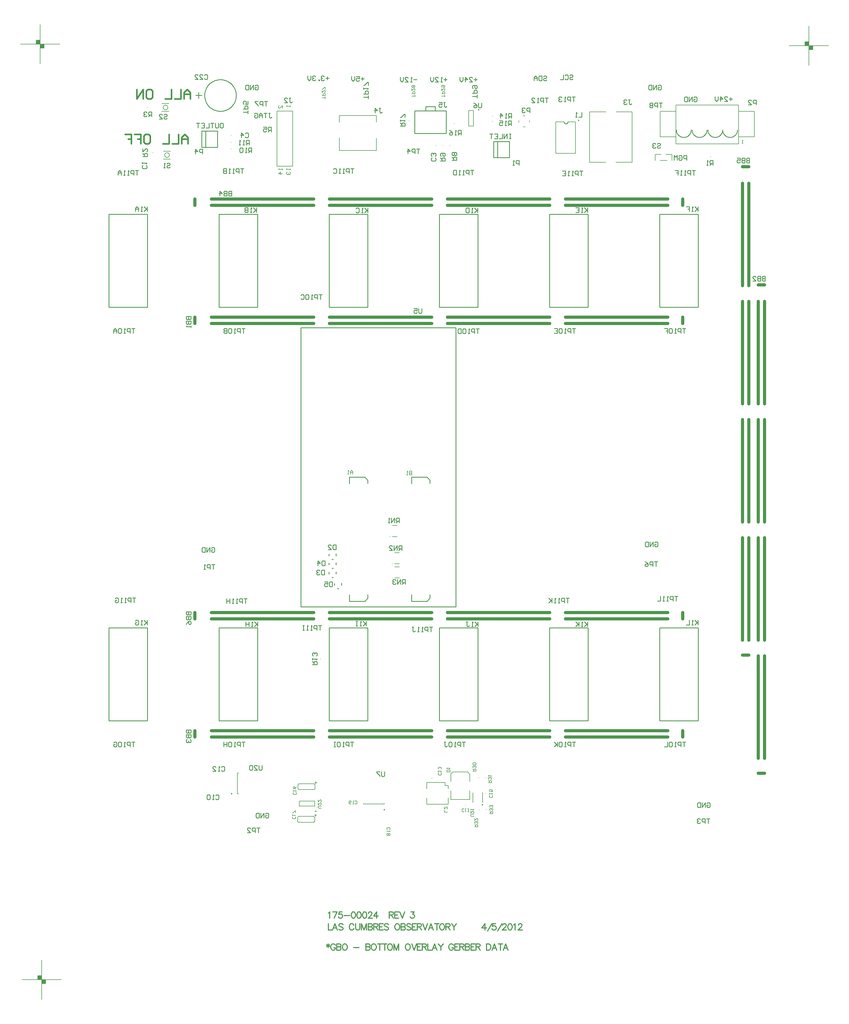
<source format=gbo>
%FSLAX23Y23*%
%MOIN*%
G70*
G01*
G75*
G04 Layer_Color=32896*
%ADD10R,0.035X0.037*%
%ADD11R,0.035X0.037*%
%ADD12O,0.079X0.024*%
%ADD13R,0.036X0.028*%
%ADD14R,0.036X0.036*%
%ADD15R,0.050X0.050*%
%ADD16O,0.028X0.098*%
%ADD17R,0.126X0.071*%
%ADD18R,0.050X0.050*%
%ADD19C,0.010*%
%ADD20C,0.050*%
%ADD21C,0.008*%
%ADD22C,0.005*%
%ADD23C,0.012*%
%ADD24C,0.006*%
%ADD25C,0.012*%
%ADD26C,0.012*%
%ADD27C,0.020*%
%ADD28R,0.079X0.079*%
%ADD29C,0.079*%
%ADD30C,0.157*%
%ADD31C,0.039*%
%ADD32C,0.220*%
%ADD33C,0.085*%
%ADD34C,0.055*%
%ADD35C,0.116*%
%ADD36R,0.055X0.055*%
%ADD37R,0.098X0.098*%
%ADD38C,0.098*%
%ADD39C,0.059*%
%ADD40C,0.080*%
%ADD41C,0.065*%
%ADD42C,0.055*%
%ADD43R,0.098X0.098*%
%ADD44R,0.059X0.059*%
%ADD45R,0.070X0.070*%
%ADD46C,0.070*%
%ADD47C,0.040*%
%ADD48C,0.110*%
%ADD49C,0.217*%
%ADD50C,0.200*%
%ADD51C,0.026*%
%ADD52C,0.050*%
%ADD53C,0.024*%
%ADD54C,0.032*%
%ADD55C,0.025*%
%ADD56C,0.040*%
%ADD57C,0.087*%
%ADD58C,0.076*%
%ADD59C,0.131*%
%ADD60C,0.080*%
%ADD61C,0.206*%
%ADD62C,0.102*%
%ADD63C,0.075*%
%ADD64C,0.168*%
%ADD65C,0.091*%
%ADD66C,0.138*%
%ADD67C,0.092*%
G04:AMPARAMS|DCode=68|XSize=100mil|YSize=100mil|CornerRadius=0mil|HoleSize=0mil|Usage=FLASHONLY|Rotation=0.000|XOffset=0mil|YOffset=0mil|HoleType=Round|Shape=Relief|Width=10mil|Gap=10mil|Entries=4|*
%AMTHD68*
7,0,0,0.100,0.080,0.010,45*
%
%ADD68THD68*%
%ADD69C,0.073*%
%ADD70C,0.099*%
%ADD71C,0.075*%
%ADD72C,0.168*%
G04:AMPARAMS|DCode=73|XSize=70mil|YSize=70mil|CornerRadius=0mil|HoleSize=0mil|Usage=FLASHONLY|Rotation=0.000|XOffset=0mil|YOffset=0mil|HoleType=Round|Shape=Relief|Width=10mil|Gap=10mil|Entries=4|*
%AMTHD73*
7,0,0,0.070,0.050,0.010,45*
%
%ADD73THD73*%
%ADD74C,0.053*%
%ADD75C,0.068*%
%ADD76C,0.060*%
G04:AMPARAMS|DCode=77|XSize=107.244mil|YSize=107.244mil|CornerRadius=0mil|HoleSize=0mil|Usage=FLASHONLY|Rotation=0.000|XOffset=0mil|YOffset=0mil|HoleType=Round|Shape=Relief|Width=30mil|Gap=10mil|Entries=4|*
%AMTHD77*
7,0,0,0.107,0.087,0.030,45*
%
%ADD77THD77*%
G04:AMPARAMS|DCode=78|XSize=111.181mil|YSize=111.181mil|CornerRadius=0mil|HoleSize=0mil|Usage=FLASHONLY|Rotation=0.000|XOffset=0mil|YOffset=0mil|HoleType=Round|Shape=Relief|Width=30mil|Gap=10mil|Entries=4|*
%AMTHD78*
7,0,0,0.111,0.091,0.030,45*
%
%ADD78THD78*%
G04:AMPARAMS|DCode=79|XSize=112mil|YSize=112mil|CornerRadius=0mil|HoleSize=0mil|Usage=FLASHONLY|Rotation=0.000|XOffset=0mil|YOffset=0mil|HoleType=Round|Shape=Relief|Width=30mil|Gap=10mil|Entries=4|*
%AMTHD79*
7,0,0,0.112,0.092,0.030,45*
%
%ADD79THD79*%
G04:AMPARAMS|DCode=80|XSize=119.055mil|YSize=119.055mil|CornerRadius=0mil|HoleSize=0mil|Usage=FLASHONLY|Rotation=0.000|XOffset=0mil|YOffset=0mil|HoleType=Round|Shape=Relief|Width=30mil|Gap=10mil|Entries=4|*
%AMTHD80*
7,0,0,0.119,0.099,0.030,45*
%
%ADD80THD80*%
G04:AMPARAMS|DCode=81|XSize=100mil|YSize=100mil|CornerRadius=0mil|HoleSize=0mil|Usage=FLASHONLY|Rotation=0.000|XOffset=0mil|YOffset=0mil|HoleType=Round|Shape=Relief|Width=30mil|Gap=10mil|Entries=4|*
%AMTHD81*
7,0,0,0.100,0.080,0.030,45*
%
%ADD81THD81*%
G04:AMPARAMS|DCode=82|XSize=130mil|YSize=130mil|CornerRadius=0mil|HoleSize=0mil|Usage=FLASHONLY|Rotation=0.000|XOffset=0mil|YOffset=0mil|HoleType=Round|Shape=Relief|Width=30mil|Gap=10mil|Entries=4|*
%AMTHD82*
7,0,0,0.130,0.110,0.030,45*
%
%ADD82THD82*%
G04:AMPARAMS|DCode=83|XSize=88mil|YSize=88mil|CornerRadius=0mil|HoleSize=0mil|Usage=FLASHONLY|Rotation=0.000|XOffset=0mil|YOffset=0mil|HoleType=Round|Shape=Relief|Width=30mil|Gap=10mil|Entries=4|*
%AMTHD83*
7,0,0,0.088,0.068,0.030,45*
%
%ADD83THD83*%
G04:AMPARAMS|DCode=84|XSize=70mil|YSize=70mil|CornerRadius=0mil|HoleSize=0mil|Usage=FLASHONLY|Rotation=0.000|XOffset=0mil|YOffset=0mil|HoleType=Round|Shape=Relief|Width=30mil|Gap=10mil|Entries=4|*
%AMTHD84*
7,0,0,0.070,0.050,0.030,45*
%
%ADD84THD84*%
G04:AMPARAMS|DCode=85|XSize=80mil|YSize=80mil|CornerRadius=0mil|HoleSize=0mil|Usage=FLASHONLY|Rotation=0.000|XOffset=0mil|YOffset=0mil|HoleType=Round|Shape=Relief|Width=30mil|Gap=10mil|Entries=4|*
%AMTHD85*
7,0,0,0.080,0.060,0.030,45*
%
%ADD85THD85*%
G04:AMPARAMS|DCode=86|XSize=80mil|YSize=80mil|CornerRadius=0mil|HoleSize=0mil|Usage=FLASHONLY|Rotation=0.000|XOffset=0mil|YOffset=0mil|HoleType=Round|Shape=Relief|Width=10mil|Gap=10mil|Entries=4|*
%AMTHD86*
7,0,0,0.080,0.060,0.010,45*
%
%ADD86THD86*%
G04:AMPARAMS|DCode=87|XSize=96.221mil|YSize=96.221mil|CornerRadius=0mil|HoleSize=0mil|Usage=FLASHONLY|Rotation=0.000|XOffset=0mil|YOffset=0mil|HoleType=Round|Shape=Relief|Width=10mil|Gap=10mil|Entries=4|*
%AMTHD87*
7,0,0,0.096,0.076,0.010,45*
%
%ADD87THD87*%
G04:AMPARAMS|DCode=88|XSize=150.551mil|YSize=150.551mil|CornerRadius=0mil|HoleSize=0mil|Usage=FLASHONLY|Rotation=0.000|XOffset=0mil|YOffset=0mil|HoleType=Round|Shape=Relief|Width=10mil|Gap=10mil|Entries=4|*
%AMTHD88*
7,0,0,0.151,0.131,0.010,45*
%
%ADD88THD88*%
G04:AMPARAMS|DCode=89|XSize=122mil|YSize=122mil|CornerRadius=0mil|HoleSize=0mil|Usage=FLASHONLY|Rotation=0.000|XOffset=0mil|YOffset=0mil|HoleType=Round|Shape=Relief|Width=10mil|Gap=10mil|Entries=4|*
%AMTHD89*
7,0,0,0.122,0.102,0.010,45*
%
%ADD89THD89*%
G04:AMPARAMS|DCode=90|XSize=95mil|YSize=95mil|CornerRadius=0mil|HoleSize=0mil|Usage=FLASHONLY|Rotation=0.000|XOffset=0mil|YOffset=0mil|HoleType=Round|Shape=Relief|Width=10mil|Gap=10mil|Entries=4|*
%AMTHD90*
7,0,0,0.095,0.075,0.010,45*
%
%ADD90THD90*%
G04:AMPARAMS|DCode=91|XSize=112mil|YSize=112mil|CornerRadius=0mil|HoleSize=0mil|Usage=FLASHONLY|Rotation=0.000|XOffset=0mil|YOffset=0mil|HoleType=Round|Shape=Relief|Width=10mil|Gap=10mil|Entries=4|*
%AMTHD91*
7,0,0,0.112,0.092,0.010,45*
%
%ADD91THD91*%
G04:AMPARAMS|DCode=92|XSize=93.465mil|YSize=93.465mil|CornerRadius=0mil|HoleSize=0mil|Usage=FLASHONLY|Rotation=0.000|XOffset=0mil|YOffset=0mil|HoleType=Round|Shape=Relief|Width=10mil|Gap=10mil|Entries=4|*
%AMTHD92*
7,0,0,0.093,0.073,0.010,45*
%
%ADD92THD92*%
G04:AMPARAMS|DCode=93|XSize=95.433mil|YSize=95.433mil|CornerRadius=0mil|HoleSize=0mil|Usage=FLASHONLY|Rotation=0.000|XOffset=0mil|YOffset=0mil|HoleType=Round|Shape=Relief|Width=10mil|Gap=10mil|Entries=4|*
%AMTHD93*
7,0,0,0.095,0.075,0.010,45*
%
%ADD93THD93*%
G04:AMPARAMS|DCode=94|XSize=72.992mil|YSize=72.992mil|CornerRadius=0mil|HoleSize=0mil|Usage=FLASHONLY|Rotation=0.000|XOffset=0mil|YOffset=0mil|HoleType=Round|Shape=Relief|Width=10mil|Gap=10mil|Entries=4|*
%AMTHD94*
7,0,0,0.073,0.053,0.010,45*
%
%ADD94THD94*%
G04:AMPARAMS|DCode=95|XSize=88mil|YSize=88mil|CornerRadius=0mil|HoleSize=0mil|Usage=FLASHONLY|Rotation=0.000|XOffset=0mil|YOffset=0mil|HoleType=Round|Shape=Relief|Width=10mil|Gap=10mil|Entries=4|*
%AMTHD95*
7,0,0,0.088,0.068,0.010,45*
%
%ADD95THD95*%
G04:AMPARAMS|DCode=96|XSize=85mil|YSize=85mil|CornerRadius=0mil|HoleSize=0mil|Usage=FLASHONLY|Rotation=0.000|XOffset=0mil|YOffset=0mil|HoleType=Round|Shape=Relief|Width=10mil|Gap=10mil|Entries=4|*
%AMTHD96*
7,0,0,0.085,0.065,0.010,45*
%
%ADD96THD96*%
%ADD97R,0.037X0.075*%
%ADD98R,0.268X0.272*%
%ADD99R,0.272X0.268*%
%ADD100R,0.075X0.037*%
%ADD101R,0.025X0.100*%
%ADD102R,0.057X0.012*%
%ADD103R,0.025X0.185*%
%ADD104R,0.020X0.020*%
%ADD105R,0.016X0.020*%
%ADD106R,0.070X0.135*%
%ADD107R,0.078X0.048*%
%ADD108R,0.075X0.063*%
%ADD109R,0.045X0.017*%
%ADD110R,0.059X0.087*%
%ADD111R,0.126X0.060*%
%ADD112O,0.010X0.024*%
%ADD113R,0.094X0.065*%
%ADD114R,0.039X0.059*%
%ADD115R,0.040X0.067*%
%ADD116R,0.059X0.051*%
%ADD117R,0.070X0.025*%
%ADD118O,0.098X0.028*%
%ADD119R,0.051X0.059*%
%ADD120R,0.063X0.075*%
%ADD121C,0.020*%
%ADD122C,0.030*%
%ADD123C,0.010*%
%ADD124C,0.010*%
%ADD125C,0.008*%
%ADD126C,0.007*%
%ADD127R,0.384X0.322*%
%ADD128R,0.043X0.045*%
%ADD129R,0.043X0.045*%
%ADD130O,0.087X0.032*%
%ADD131R,0.044X0.036*%
%ADD132R,0.044X0.044*%
%ADD133R,0.058X0.058*%
%ADD134O,0.036X0.106*%
%ADD135R,0.134X0.079*%
%ADD136R,0.058X0.058*%
%ADD137C,0.028*%
%ADD138R,0.087X0.087*%
%ADD139C,0.087*%
%ADD140C,0.165*%
%ADD141C,0.047*%
%ADD142C,0.228*%
%ADD143C,0.093*%
%ADD144C,0.063*%
%ADD145C,0.124*%
%ADD146R,0.063X0.063*%
%ADD147R,0.106X0.106*%
%ADD148C,0.106*%
%ADD149C,0.067*%
%ADD150C,0.088*%
%ADD151C,0.073*%
%ADD152C,0.063*%
%ADD153R,0.106X0.106*%
%ADD154R,0.067X0.067*%
%ADD155R,0.078X0.078*%
%ADD156C,0.078*%
%ADD157C,0.048*%
%ADD158C,0.118*%
%ADD159C,0.225*%
%ADD160C,0.208*%
%ADD161C,0.058*%
%ADD162R,2.051X0.460*%
%ADD163R,0.045X0.083*%
%ADD164R,0.276X0.280*%
%ADD165R,0.280X0.276*%
%ADD166R,0.083X0.045*%
%ADD167R,0.033X0.108*%
%ADD168R,0.061X0.016*%
%ADD169R,0.033X0.193*%
%ADD170R,0.028X0.028*%
%ADD171R,0.024X0.028*%
%ADD172R,0.078X0.143*%
%ADD173R,0.086X0.056*%
%ADD174R,0.083X0.071*%
%ADD175R,0.053X0.025*%
%ADD176R,0.067X0.095*%
%ADD177R,0.134X0.068*%
%ADD178O,0.018X0.032*%
%ADD179R,0.102X0.073*%
%ADD180R,0.047X0.067*%
%ADD181R,0.048X0.075*%
%ADD182R,0.067X0.059*%
%ADD183R,0.078X0.033*%
%ADD184O,0.106X0.036*%
%ADD185R,0.059X0.067*%
%ADD186R,0.071X0.083*%
%ADD187C,0.034*%
%ADD188C,0.007*%
%ADD189C,0.039*%
D19*
X30966Y27734D02*
X30965Y27744D01*
X30965Y27754D01*
X30964Y27764D01*
X30962Y27774D01*
X30960Y27784D01*
X30957Y27793D01*
X30954Y27803D01*
X30950Y27812D01*
X30946Y27821D01*
X30941Y27830D01*
X30936Y27839D01*
X30931Y27847D01*
X30925Y27855D01*
X30919Y27863D01*
X30912Y27871D01*
X30905Y27878D01*
X30898Y27885D01*
X30890Y27891D01*
X30882Y27897D01*
X30874Y27903D01*
X30865Y27908D01*
X30857Y27913D01*
X30848Y27917D01*
X30838Y27921D01*
X30829Y27924D01*
X30819Y27927D01*
X30810Y27930D01*
X30800Y27932D01*
X30790Y27933D01*
X30780Y27934D01*
X30770Y27935D01*
X30760D01*
X30750Y27934D01*
X30740Y27933D01*
X30730Y27932D01*
X30720Y27930D01*
X30711Y27927D01*
X30701Y27924D01*
X30692Y27921D01*
X30682Y27917D01*
X30673Y27913D01*
X30665Y27908D01*
X30656Y27903D01*
X30648Y27897D01*
X30640Y27891D01*
X30632Y27885D01*
X30625Y27878D01*
X30618Y27871D01*
X30611Y27863D01*
X30605Y27855D01*
X30599Y27847D01*
X30594Y27839D01*
X30589Y27830D01*
X30584Y27821D01*
X30580Y27812D01*
X30576Y27803D01*
X30573Y27793D01*
X30570Y27784D01*
X30568Y27774D01*
X30566Y27764D01*
X30565Y27754D01*
X30565Y27744D01*
X30564Y27734D01*
X30565Y27724D01*
X30565Y27714D01*
X30566Y27704D01*
X30568Y27694D01*
X30570Y27684D01*
X30573Y27675D01*
X30576Y27665D01*
X30580Y27656D01*
X30584Y27647D01*
X30589Y27638D01*
X30594Y27629D01*
X30599Y27621D01*
X30605Y27613D01*
X30611Y27605D01*
X30618Y27597D01*
X30625Y27590D01*
X30632Y27583D01*
X30640Y27577D01*
X30648Y27571D01*
X30656Y27565D01*
X30665Y27560D01*
X30673Y27555D01*
X30682Y27551D01*
X30692Y27547D01*
X30701Y27544D01*
X30711Y27541D01*
X30720Y27538D01*
X30730Y27536D01*
X30740Y27535D01*
X30750Y27534D01*
X30760Y27533D01*
X30770D01*
X30780Y27534D01*
X30790Y27535D01*
X30800Y27536D01*
X30810Y27538D01*
X30819Y27541D01*
X30829Y27544D01*
X30838Y27547D01*
X30848Y27551D01*
X30857Y27555D01*
X30865Y27560D01*
X30874Y27565D01*
X30882Y27571D01*
X30890Y27577D01*
X30898Y27583D01*
X30905Y27590D01*
X30912Y27597D01*
X30919Y27605D01*
X30925Y27613D01*
X30931Y27621D01*
X30936Y27629D01*
X30941Y27638D01*
X30946Y27647D01*
X30950Y27656D01*
X30954Y27665D01*
X30957Y27675D01*
X30960Y27684D01*
X30962Y27694D01*
X30964Y27704D01*
X30965Y27714D01*
X30965Y27724D01*
X30966Y27734D01*
X36960Y27296D02*
X36960Y27286D01*
X36962Y27276D01*
X36965Y27266D01*
X36968Y27257D01*
X36973Y27248D01*
X36979Y27239D01*
X36985Y27232D01*
X36993Y27225D01*
X37001Y27218D01*
X37010Y27213D01*
X37019Y27209D01*
X37028Y27206D01*
X37038Y27204D01*
X37048Y27202D01*
X37059D01*
X37069Y27204D01*
X37079Y27206D01*
X37088Y27209D01*
X37098Y27213D01*
X37106Y27218D01*
X37114Y27225D01*
X37122Y27232D01*
X37128Y27239D01*
X37134Y27248D01*
X37139Y27257D01*
X37143Y27266D01*
X37145Y27276D01*
X37147Y27286D01*
X37147Y27296D01*
X37148Y27286D01*
X37150Y27276D01*
X37152Y27266D01*
X37156Y27257D01*
X37161Y27248D01*
X37167Y27239D01*
X37173Y27232D01*
X37181Y27225D01*
X37189Y27218D01*
X37197Y27213D01*
X37207Y27209D01*
X37216Y27206D01*
X37226Y27204D01*
X37236Y27202D01*
X37246D01*
X37257Y27204D01*
X37266Y27206D01*
X37276Y27209D01*
X37285Y27213D01*
X37294Y27218D01*
X37302Y27225D01*
X37310Y27232D01*
X37316Y27239D01*
X37322Y27248D01*
X37327Y27257D01*
X37330Y27266D01*
X37333Y27276D01*
X37335Y27286D01*
X37335Y27296D01*
X36760D02*
X36760Y27286D01*
X36762Y27276D01*
X36765Y27266D01*
X36768Y27257D01*
X36773Y27248D01*
X36779Y27239D01*
X36785Y27232D01*
X36793Y27225D01*
X36801Y27218D01*
X36810Y27213D01*
X36819Y27209D01*
X36828Y27206D01*
X36838Y27204D01*
X36848Y27202D01*
X36859D01*
X36869Y27204D01*
X36879Y27206D01*
X36888Y27209D01*
X36898Y27213D01*
X36906Y27218D01*
X36914Y27225D01*
X36922Y27232D01*
X36928Y27239D01*
X36934Y27248D01*
X36939Y27257D01*
X36943Y27266D01*
X36945Y27276D01*
X36947Y27286D01*
X36947Y27296D01*
X36560D02*
X36560Y27286D01*
X36562Y27276D01*
X36565Y27266D01*
X36568Y27257D01*
X36573Y27248D01*
X36579Y27239D01*
X36585Y27232D01*
X36593Y27225D01*
X36601Y27218D01*
X36610Y27213D01*
X36619Y27209D01*
X36628Y27206D01*
X36638Y27204D01*
X36648Y27202D01*
X36659D01*
X36669Y27204D01*
X36679Y27206D01*
X36688Y27209D01*
X36698Y27213D01*
X36706Y27218D01*
X36714Y27225D01*
X36722Y27232D01*
X36728Y27239D01*
X36734Y27248D01*
X36739Y27257D01*
X36743Y27266D01*
X36745Y27276D01*
X36747Y27286D01*
X36747Y27296D01*
X35322Y27419D02*
X35314Y27423D01*
Y27415D01*
X35322Y27419D01*
X35132Y27399D02*
X35134Y27390D01*
X35139Y27381D01*
X35147Y27376D01*
X35157Y27374D01*
X35167Y27376D01*
X35175Y27381D01*
X35180Y27390D01*
X35182Y27399D01*
X30489Y27734D02*
X30529D01*
X30489Y27695D02*
Y27734D01*
X30450D02*
X30489D01*
Y27773D01*
X32250Y21471D02*
X32269D01*
X32214Y21514D02*
Y21538D01*
X32305Y21514D02*
Y21542D01*
X29346Y26227D02*
X29838D01*
X29346Y25046D02*
Y26227D01*
Y25046D02*
X29838D01*
Y26227D01*
X35438Y19795D02*
Y20976D01*
X34946Y19795D02*
X35438D01*
X34946D02*
Y20976D01*
X35438D01*
X30527Y27077D02*
Y27282D01*
X30727Y27077D02*
Y27282D01*
X30527D02*
X30727D01*
X30527Y27077D02*
X30727D01*
X30577D02*
Y27282D01*
X33235Y27396D02*
Y27540D01*
X33633D01*
Y27252D02*
Y27540D01*
X33235Y27252D02*
X33633D01*
X33235D02*
Y27396D01*
X33493Y27540D02*
Y27593D01*
X33375D02*
X33493D01*
X33375Y27540D02*
Y27593D01*
X34237Y26945D02*
Y27150D01*
X34437Y26945D02*
Y27150D01*
X34237D02*
X34437D01*
X34237Y26945D02*
X34437D01*
X34287D02*
Y27150D01*
X36346Y20976D02*
X36838D01*
X36346Y19795D02*
Y20976D01*
Y19795D02*
X36838D01*
Y20976D01*
X34038Y19795D02*
Y20976D01*
X33546Y19795D02*
X34038D01*
X33546D02*
Y20976D01*
X34038D01*
X32146D02*
X32638D01*
X32146Y19795D02*
Y20976D01*
Y19795D02*
X32638D01*
Y20976D01*
X31238Y19795D02*
Y20976D01*
X30746Y19795D02*
X31238D01*
X30746D02*
Y20976D01*
X31238D01*
X29346D02*
X29838D01*
X29346Y19795D02*
Y20976D01*
Y19795D02*
X29838D01*
Y20976D01*
X36838Y25046D02*
Y26227D01*
X36346Y25046D02*
X36838D01*
X36346D02*
Y26227D01*
X36838D01*
X34946D02*
X35438D01*
X34946Y25046D02*
Y26227D01*
Y25046D02*
X35438D01*
Y26227D01*
X34038Y25046D02*
Y26227D01*
X33546Y25046D02*
X34038D01*
X33546D02*
Y26227D01*
X34038D01*
X32146D02*
X32638D01*
X32146Y25046D02*
Y26227D01*
Y25046D02*
X32638D01*
Y26227D01*
X31238Y25046D02*
Y26227D01*
X30746Y25046D02*
X31238D01*
X30746D02*
Y26227D01*
X31238D01*
X32180Y21846D02*
X32199D01*
X32144Y21889D02*
Y21913D01*
X32235Y21889D02*
Y21917D01*
X32180Y21616D02*
X32199D01*
X32144Y21659D02*
Y21683D01*
X32235Y21659D02*
Y21687D01*
X32180Y21731D02*
X32199D01*
X32144Y21774D02*
Y21798D01*
X32235Y21774D02*
Y21802D01*
X32851Y19149D02*
Y19099D01*
X32841Y19089D01*
X32821D01*
X32811Y19099D01*
Y19149D01*
X32791D02*
X32751D01*
Y19139D01*
X32791Y19099D01*
Y19089D01*
X30560Y27989D02*
X30570Y27999D01*
X30590D01*
X30600Y27989D01*
Y27949D01*
X30590Y27939D01*
X30570D01*
X30560Y27949D01*
X30500Y27939D02*
X30540D01*
X30500Y27979D01*
Y27989D01*
X30510Y27999D01*
X30530D01*
X30540Y27989D01*
X30440Y27939D02*
X30480D01*
X30440Y27979D01*
Y27989D01*
X30450Y27999D01*
X30470D01*
X30480Y27989D01*
X31933Y20509D02*
X31993D01*
Y20539D01*
X31983Y20549D01*
X31963D01*
X31953Y20539D01*
Y20509D01*
Y20529D02*
X31933Y20549D01*
Y20569D02*
Y20589D01*
Y20579D01*
X31993D01*
X31983Y20569D01*
Y20619D02*
X31993Y20629D01*
Y20649D01*
X31983Y20659D01*
X31973D01*
X31963Y20649D01*
Y20639D01*
Y20649D01*
X31953Y20659D01*
X31943D01*
X31933Y20649D01*
Y20629D01*
X31943Y20619D01*
X36319Y27116D02*
X36329Y27126D01*
X36349D01*
X36359Y27116D01*
Y27106D01*
X36349Y27096D01*
X36329D01*
X36319Y27086D01*
Y27076D01*
X36329Y27066D01*
X36349D01*
X36359Y27076D01*
X36299Y27116D02*
X36289Y27126D01*
X36269D01*
X36259Y27116D01*
Y27106D01*
X36269Y27096D01*
X36279D01*
X36269D01*
X36259Y27086D01*
Y27076D01*
X36269Y27066D01*
X36289D01*
X36299Y27076D01*
X30538Y26991D02*
Y27051D01*
X30508D01*
X30498Y27041D01*
Y27021D01*
X30508Y27011D01*
X30538D01*
X30448Y26991D02*
Y27051D01*
X30478Y27021D01*
X30438D01*
X35432Y21051D02*
Y20991D01*
Y21011D01*
X35392Y21051D01*
X35422Y21021D01*
X35392Y20991D01*
X35372D02*
X35352D01*
X35362D01*
Y21051D01*
X35372Y21041D01*
X35322Y21051D02*
Y20991D01*
Y21011D01*
X35282Y21051D01*
X35312Y21021D01*
X35282Y20991D01*
X32189Y21558D02*
Y21498D01*
X32159D01*
X32149Y21508D01*
Y21548D01*
X32159Y21558D01*
X32189D01*
X32089D02*
X32129D01*
Y21528D01*
X32109Y21538D01*
X32099D01*
X32089Y21528D01*
Y21508D01*
X32099Y21498D01*
X32119D01*
X32129Y21508D01*
X32093Y21825D02*
Y21765D01*
X32063D01*
X32053Y21775D01*
Y21815D01*
X32063Y21825D01*
X32093D01*
X32003Y21765D02*
Y21825D01*
X32033Y21795D01*
X31993D01*
X32087Y21710D02*
Y21650D01*
X32057D01*
X32047Y21660D01*
Y21700D01*
X32057Y21710D01*
X32087D01*
X32027Y21700D02*
X32017Y21710D01*
X31997D01*
X31987Y21700D01*
Y21690D01*
X31997Y21680D01*
X32007D01*
X31997D01*
X31987Y21670D01*
Y21660D01*
X31997Y21650D01*
X32017D01*
X32027Y21660D01*
X32235Y22028D02*
Y21968D01*
X32205D01*
X32195Y21978D01*
Y22018D01*
X32205Y22028D01*
X32235D01*
X32135Y21968D02*
X32175D01*
X32135Y22008D01*
Y22018D01*
X32145Y22028D01*
X32165D01*
X32175Y22018D01*
X29820Y26844D02*
X29830Y26834D01*
Y26814D01*
X29820Y26804D01*
X29780D01*
X29770Y26814D01*
Y26834D01*
X29780Y26844D01*
X29770Y26864D02*
Y26884D01*
Y26874D01*
X29830D01*
X29820Y26864D01*
X31639Y27703D02*
X31659D01*
X31649D01*
Y27653D01*
X31659Y27643D01*
X31669D01*
X31679Y27653D01*
X31579Y27643D02*
X31619D01*
X31579Y27683D01*
Y27693D01*
X31589Y27703D01*
X31609D01*
X31619Y27693D01*
X35952Y27678D02*
X35972D01*
X35962D01*
Y27628D01*
X35972Y27618D01*
X35982D01*
X35992Y27628D01*
X35932Y27668D02*
X35922Y27678D01*
X35902D01*
X35892Y27668D01*
Y27658D01*
X35902Y27648D01*
X35912D01*
X35902D01*
X35892Y27638D01*
Y27628D01*
X35902Y27618D01*
X35922D01*
X35932Y27628D01*
X32782Y27572D02*
X32802D01*
X32792D01*
Y27522D01*
X32802Y27512D01*
X32812D01*
X32822Y27522D01*
X32732Y27512D02*
Y27572D01*
X32762Y27542D01*
X32722D01*
X29833Y26322D02*
Y26262D01*
Y26282D01*
X29793Y26322D01*
X29823Y26292D01*
X29793Y26262D01*
X29773D02*
X29753D01*
X29763D01*
Y26322D01*
X29773Y26312D01*
X29723Y26262D02*
Y26302D01*
X29703Y26322D01*
X29683Y26302D01*
Y26262D01*
Y26292D01*
X29723D01*
X31225Y26309D02*
Y26249D01*
Y26269D01*
X31185Y26309D01*
X31215Y26279D01*
X31185Y26249D01*
X31165D02*
X31145D01*
X31155D01*
Y26309D01*
X31165Y26299D01*
X31115Y26309D02*
Y26249D01*
X31085D01*
X31075Y26259D01*
Y26269D01*
X31085Y26279D01*
X31115D01*
X31085D01*
X31075Y26289D01*
Y26299D01*
X31085Y26309D01*
X31115D01*
X32639Y26304D02*
Y26244D01*
Y26264D01*
X32599Y26304D01*
X32629Y26274D01*
X32599Y26244D01*
X32579D02*
X32559D01*
X32569D01*
Y26304D01*
X32579Y26294D01*
X32489D02*
X32499Y26304D01*
X32519D01*
X32529Y26294D01*
Y26254D01*
X32519Y26244D01*
X32499D01*
X32489Y26254D01*
X34034Y26307D02*
Y26247D01*
Y26267D01*
X33994Y26307D01*
X34024Y26277D01*
X33994Y26247D01*
X33974D02*
X33954D01*
X33964D01*
Y26307D01*
X33974Y26297D01*
X33924Y26307D02*
Y26247D01*
X33894D01*
X33884Y26257D01*
Y26297D01*
X33894Y26307D01*
X33924D01*
X35432Y26308D02*
Y26248D01*
Y26268D01*
X35392Y26308D01*
X35422Y26278D01*
X35392Y26248D01*
X35372D02*
X35352D01*
X35362D01*
Y26308D01*
X35372Y26298D01*
X35282Y26308D02*
X35322D01*
Y26248D01*
X35282D01*
X35322Y26278D02*
X35302D01*
X36833Y26322D02*
Y26262D01*
Y26282D01*
X36793Y26322D01*
X36823Y26292D01*
X36793Y26262D01*
X36773D02*
X36753D01*
X36763D01*
Y26322D01*
X36773Y26312D01*
X36683Y26322D02*
X36723D01*
Y26292D01*
X36703D01*
X36723D01*
Y26262D01*
X29833Y21071D02*
Y21011D01*
Y21031D01*
X29793Y21071D01*
X29823Y21041D01*
X29793Y21011D01*
X29773D02*
X29753D01*
X29763D01*
Y21071D01*
X29773Y21061D01*
X29683D02*
X29693Y21071D01*
X29713D01*
X29723Y21061D01*
Y21021D01*
X29713Y21011D01*
X29693D01*
X29683Y21021D01*
Y21041D01*
X29703D01*
X31239Y21053D02*
Y20993D01*
Y21013D01*
X31199Y21053D01*
X31229Y21023D01*
X31199Y20993D01*
X31179D02*
X31159D01*
X31169D01*
Y21053D01*
X31179Y21043D01*
X31129Y21053D02*
Y20993D01*
Y21023D01*
X31089D01*
Y21053D01*
Y20993D01*
X32616Y21060D02*
Y21000D01*
Y21020D01*
X32576Y21060D01*
X32606Y21030D01*
X32576Y21000D01*
X32556D02*
X32536D01*
X32546D01*
Y21060D01*
X32556Y21050D01*
X32506Y21060D02*
X32486D01*
X32496D01*
Y21000D01*
X32506D01*
X32486D01*
X34038Y21053D02*
Y20993D01*
Y21013D01*
X33998Y21053D01*
X34028Y21023D01*
X33998Y20993D01*
X33978D02*
X33958D01*
X33968D01*
Y21053D01*
X33978Y21043D01*
X33888Y21053D02*
X33908D01*
X33898D01*
Y21003D01*
X33908Y20993D01*
X33918D01*
X33928Y21003D01*
X36833Y21071D02*
Y21011D01*
Y21031D01*
X36793Y21071D01*
X36823Y21041D01*
X36793Y21011D01*
X36773D02*
X36753D01*
X36763D01*
Y21071D01*
X36773Y21061D01*
X36723Y21071D02*
Y21011D01*
X36683D01*
X35356Y27519D02*
Y27459D01*
X35316D01*
X35296D02*
X35276D01*
X35286D01*
Y27519D01*
X35296Y27509D01*
X37575Y27617D02*
Y27677D01*
X37545D01*
X37535Y27667D01*
Y27647D01*
X37545Y27637D01*
X37575D01*
X37475Y27617D02*
X37515D01*
X37475Y27657D01*
Y27667D01*
X37485Y27677D01*
X37505D01*
X37515Y27667D01*
X37023Y26849D02*
Y26909D01*
X36993D01*
X36983Y26899D01*
Y26879D01*
X36993Y26869D01*
X37023D01*
X37003D02*
X36983Y26849D01*
X36963D02*
X36943D01*
X36953D01*
Y26909D01*
X36963Y26899D01*
X29779Y26959D02*
X29839D01*
Y26989D01*
X29829Y26999D01*
X29809D01*
X29799Y26989D01*
Y26959D01*
Y26979D02*
X29779Y26999D01*
Y27059D02*
Y27019D01*
X29819Y27059D01*
X29829D01*
X29839Y27049D01*
Y27029D01*
X29829Y27019D01*
X29891Y27467D02*
Y27527D01*
X29861D01*
X29851Y27517D01*
Y27497D01*
X29861Y27487D01*
X29891D01*
X29871D02*
X29851Y27467D01*
X29831Y27517D02*
X29821Y27527D01*
X29801D01*
X29791Y27517D01*
Y27507D01*
X29801Y27497D01*
X29811D01*
X29801D01*
X29791Y27487D01*
Y27477D01*
X29801Y27467D01*
X29821D01*
X29831Y27477D01*
X31410Y27271D02*
Y27331D01*
X31380D01*
X31370Y27321D01*
Y27301D01*
X31380Y27291D01*
X31410D01*
X31390D02*
X31370Y27271D01*
X31310Y27331D02*
X31350D01*
Y27301D01*
X31330Y27311D01*
X31320D01*
X31310Y27301D01*
Y27281D01*
X31320Y27271D01*
X31340D01*
X31350Y27281D01*
X33037Y22309D02*
Y22369D01*
X33007D01*
X32997Y22359D01*
Y22339D01*
X33007Y22329D01*
X33037D01*
X33017D02*
X32997Y22309D01*
X32977D02*
Y22369D01*
X32937Y22309D01*
Y22369D01*
X32917Y22309D02*
X32897D01*
X32907D01*
Y22369D01*
X32917Y22359D01*
X33072Y21960D02*
Y22020D01*
X33042D01*
X33032Y22010D01*
Y21990D01*
X33042Y21980D01*
X33072D01*
X33052D02*
X33032Y21960D01*
X33012D02*
Y22020D01*
X32972Y21960D01*
Y22020D01*
X32912Y21960D02*
X32952D01*
X32912Y22000D01*
Y22010D01*
X32922Y22020D01*
X32942D01*
X32952Y22010D01*
X33114Y21530D02*
Y21590D01*
X33084D01*
X33074Y21580D01*
Y21560D01*
X33084Y21550D01*
X33114D01*
X33094D02*
X33074Y21530D01*
X33054D02*
Y21590D01*
X33014Y21530D01*
Y21590D01*
X32994Y21580D02*
X32984Y21590D01*
X32964D01*
X32954Y21580D01*
Y21570D01*
X32964Y21560D01*
X32974D01*
X32964D01*
X32954Y21550D01*
Y21540D01*
X32964Y21530D01*
X32984D01*
X32994Y21540D01*
X30693Y21779D02*
X30653D01*
X30673D01*
Y21719D01*
X30633D02*
Y21779D01*
X30603D01*
X30593Y21769D01*
Y21749D01*
X30603Y21739D01*
X30633D01*
X30573Y21719D02*
X30553D01*
X30563D01*
Y21779D01*
X30573Y21769D01*
X31268Y18435D02*
X31228D01*
X31248D01*
Y18375D01*
X31208D02*
Y18435D01*
X31178D01*
X31168Y18425D01*
Y18405D01*
X31178Y18395D01*
X31208D01*
X31108Y18375D02*
X31148D01*
X31108Y18415D01*
Y18425D01*
X31118Y18435D01*
X31138D01*
X31148Y18425D01*
X36984Y18551D02*
X36944D01*
X36964D01*
Y18491D01*
X36924D02*
Y18551D01*
X36894D01*
X36884Y18541D01*
Y18521D01*
X36894Y18511D01*
X36924D01*
X36864Y18541D02*
X36854Y18551D01*
X36834D01*
X36824Y18541D01*
Y18531D01*
X36834Y18521D01*
X36844D01*
X36834D01*
X36824Y18511D01*
Y18501D01*
X36834Y18491D01*
X36854D01*
X36864Y18501D01*
X29677Y24777D02*
X29637D01*
X29657D01*
Y24717D01*
X29617D02*
Y24777D01*
X29587D01*
X29577Y24767D01*
Y24747D01*
X29587Y24737D01*
X29617D01*
X29557Y24717D02*
X29537D01*
X29547D01*
Y24777D01*
X29557Y24767D01*
X29507D02*
X29497Y24777D01*
X29477D01*
X29467Y24767D01*
Y24727D01*
X29477Y24717D01*
X29497D01*
X29507Y24727D01*
Y24767D01*
X29447Y24717D02*
Y24757D01*
X29427Y24777D01*
X29407Y24757D01*
Y24717D01*
Y24747D01*
X29447D01*
X31077Y24777D02*
X31037D01*
X31057D01*
Y24717D01*
X31017D02*
Y24777D01*
X30987D01*
X30977Y24767D01*
Y24747D01*
X30987Y24737D01*
X31017D01*
X30957Y24717D02*
X30937D01*
X30947D01*
Y24777D01*
X30957Y24767D01*
X30907D02*
X30897Y24777D01*
X30877D01*
X30867Y24767D01*
Y24727D01*
X30877Y24717D01*
X30897D01*
X30907Y24727D01*
Y24767D01*
X30847Y24777D02*
Y24717D01*
X30817D01*
X30807Y24727D01*
Y24737D01*
X30817Y24747D01*
X30847D01*
X30817D01*
X30807Y24757D01*
Y24767D01*
X30817Y24777D01*
X30847D01*
X32059Y25205D02*
X32019D01*
X32039D01*
Y25145D01*
X31999D02*
Y25205D01*
X31969D01*
X31959Y25195D01*
Y25175D01*
X31969Y25165D01*
X31999D01*
X31939Y25145D02*
X31919D01*
X31929D01*
Y25205D01*
X31939Y25195D01*
X31889D02*
X31879Y25205D01*
X31859D01*
X31849Y25195D01*
Y25155D01*
X31859Y25145D01*
X31879D01*
X31889Y25155D01*
Y25195D01*
X31789D02*
X31799Y25205D01*
X31819D01*
X31829Y25195D01*
Y25155D01*
X31819Y25145D01*
X31799D01*
X31789Y25155D01*
X34055Y24772D02*
X34015D01*
X34035D01*
Y24712D01*
X33995D02*
Y24772D01*
X33965D01*
X33955Y24762D01*
Y24742D01*
X33965Y24732D01*
X33995D01*
X33935Y24712D02*
X33915D01*
X33925D01*
Y24772D01*
X33935Y24762D01*
X33885D02*
X33875Y24772D01*
X33855D01*
X33845Y24762D01*
Y24722D01*
X33855Y24712D01*
X33875D01*
X33885Y24722D01*
Y24762D01*
X33825Y24772D02*
Y24712D01*
X33795D01*
X33785Y24722D01*
Y24762D01*
X33795Y24772D01*
X33825D01*
X35277Y24777D02*
X35237D01*
X35257D01*
Y24717D01*
X35217D02*
Y24777D01*
X35187D01*
X35177Y24767D01*
Y24747D01*
X35187Y24737D01*
X35217D01*
X35157Y24717D02*
X35137D01*
X35147D01*
Y24777D01*
X35157Y24767D01*
X35107D02*
X35097Y24777D01*
X35077D01*
X35067Y24767D01*
Y24727D01*
X35077Y24717D01*
X35097D01*
X35107Y24727D01*
Y24767D01*
X35007Y24777D02*
X35047D01*
Y24717D01*
X35007D01*
X35047Y24747D02*
X35027D01*
X36677Y24777D02*
X36637D01*
X36657D01*
Y24717D01*
X36617D02*
Y24777D01*
X36587D01*
X36577Y24767D01*
Y24747D01*
X36587Y24737D01*
X36617D01*
X36557Y24717D02*
X36537D01*
X36547D01*
Y24777D01*
X36557Y24767D01*
X36507D02*
X36497Y24777D01*
X36477D01*
X36467Y24767D01*
Y24727D01*
X36477Y24717D01*
X36497D01*
X36507Y24727D01*
Y24767D01*
X36407Y24777D02*
X36447D01*
Y24747D01*
X36427D01*
X36447D01*
Y24717D01*
X29677Y19526D02*
X29637D01*
X29657D01*
Y19466D01*
X29617D02*
Y19526D01*
X29587D01*
X29577Y19516D01*
Y19496D01*
X29587Y19486D01*
X29617D01*
X29557Y19466D02*
X29537D01*
X29547D01*
Y19526D01*
X29557Y19516D01*
X29507D02*
X29497Y19526D01*
X29477D01*
X29467Y19516D01*
Y19476D01*
X29477Y19466D01*
X29497D01*
X29507Y19476D01*
Y19516D01*
X29407D02*
X29417Y19526D01*
X29437D01*
X29447Y19516D01*
Y19476D01*
X29437Y19466D01*
X29417D01*
X29407Y19476D01*
Y19496D01*
X29427D01*
X31077Y19526D02*
X31037D01*
X31057D01*
Y19466D01*
X31017D02*
Y19526D01*
X30987D01*
X30977Y19516D01*
Y19496D01*
X30987Y19486D01*
X31017D01*
X30957Y19466D02*
X30937D01*
X30947D01*
Y19526D01*
X30957Y19516D01*
X30907D02*
X30897Y19526D01*
X30877D01*
X30867Y19516D01*
Y19476D01*
X30877Y19466D01*
X30897D01*
X30907Y19476D01*
Y19516D01*
X30847Y19526D02*
Y19466D01*
Y19496D01*
X30807D01*
Y19526D01*
Y19466D01*
X32457Y19526D02*
X32417D01*
X32437D01*
Y19466D01*
X32397D02*
Y19526D01*
X32367D01*
X32357Y19516D01*
Y19496D01*
X32367Y19486D01*
X32397D01*
X32337Y19466D02*
X32317D01*
X32327D01*
Y19526D01*
X32337Y19516D01*
X32287D02*
X32277Y19526D01*
X32257D01*
X32247Y19516D01*
Y19476D01*
X32257Y19466D01*
X32277D01*
X32287Y19476D01*
Y19516D01*
X32227Y19526D02*
X32207D01*
X32217D01*
Y19466D01*
X32227D01*
X32207D01*
X33877Y19526D02*
X33837D01*
X33857D01*
Y19466D01*
X33817D02*
Y19526D01*
X33787D01*
X33777Y19516D01*
Y19496D01*
X33787Y19486D01*
X33817D01*
X33757Y19466D02*
X33737D01*
X33747D01*
Y19526D01*
X33757Y19516D01*
X33707D02*
X33697Y19526D01*
X33677D01*
X33667Y19516D01*
Y19476D01*
X33677Y19466D01*
X33697D01*
X33707Y19476D01*
Y19516D01*
X33607Y19526D02*
X33627D01*
X33617D01*
Y19476D01*
X33627Y19466D01*
X33637D01*
X33647Y19476D01*
X35277Y19526D02*
X35237D01*
X35257D01*
Y19466D01*
X35217D02*
Y19526D01*
X35187D01*
X35177Y19516D01*
Y19496D01*
X35187Y19486D01*
X35217D01*
X35157Y19466D02*
X35137D01*
X35147D01*
Y19526D01*
X35157Y19516D01*
X35107D02*
X35097Y19526D01*
X35077D01*
X35067Y19516D01*
Y19476D01*
X35077Y19466D01*
X35097D01*
X35107Y19476D01*
Y19516D01*
X35047Y19526D02*
Y19466D01*
Y19486D01*
X35007Y19526D01*
X35037Y19496D01*
X35007Y19466D01*
X36677Y19526D02*
X36637D01*
X36657D01*
Y19466D01*
X36617D02*
Y19526D01*
X36587D01*
X36577Y19516D01*
Y19496D01*
X36587Y19486D01*
X36617D01*
X36557Y19466D02*
X36537D01*
X36547D01*
Y19526D01*
X36557Y19516D01*
X36507D02*
X36497Y19526D01*
X36477D01*
X36467Y19516D01*
Y19476D01*
X36477Y19466D01*
X36497D01*
X36507Y19476D01*
Y19516D01*
X36447Y19526D02*
Y19466D01*
X36407D01*
X29723Y26783D02*
X29683D01*
X29703D01*
Y26723D01*
X29663D02*
Y26783D01*
X29633D01*
X29623Y26773D01*
Y26753D01*
X29633Y26743D01*
X29663D01*
X29603Y26723D02*
X29583D01*
X29593D01*
Y26783D01*
X29603Y26773D01*
X29553Y26723D02*
X29533D01*
X29543D01*
Y26783D01*
X29553Y26773D01*
X29503Y26723D02*
Y26763D01*
X29483Y26783D01*
X29463Y26763D01*
Y26723D01*
Y26753D01*
X29503D01*
X31061Y26804D02*
X31021D01*
X31041D01*
Y26744D01*
X31001D02*
Y26804D01*
X30971D01*
X30961Y26794D01*
Y26774D01*
X30971Y26764D01*
X31001D01*
X30941Y26744D02*
X30921D01*
X30931D01*
Y26804D01*
X30941Y26794D01*
X30891Y26744D02*
X30871D01*
X30881D01*
Y26804D01*
X30891Y26794D01*
X30841Y26804D02*
Y26744D01*
X30811D01*
X30801Y26754D01*
Y26764D01*
X30811Y26774D01*
X30841D01*
X30811D01*
X30801Y26784D01*
Y26794D01*
X30811Y26804D01*
X30841D01*
X32461D02*
X32421D01*
X32441D01*
Y26744D01*
X32401D02*
Y26804D01*
X32371D01*
X32361Y26794D01*
Y26774D01*
X32371Y26764D01*
X32401D01*
X32341Y26744D02*
X32321D01*
X32331D01*
Y26804D01*
X32341Y26794D01*
X32291Y26744D02*
X32271D01*
X32281D01*
Y26804D01*
X32291Y26794D01*
X32201D02*
X32211Y26804D01*
X32231D01*
X32241Y26794D01*
Y26754D01*
X32231Y26744D01*
X32211D01*
X32201Y26754D01*
X33984Y26785D02*
X33944D01*
X33964D01*
Y26725D01*
X33924D02*
Y26785D01*
X33894D01*
X33884Y26775D01*
Y26755D01*
X33894Y26745D01*
X33924D01*
X33864Y26725D02*
X33844D01*
X33854D01*
Y26785D01*
X33864Y26775D01*
X33814Y26725D02*
X33794D01*
X33804D01*
Y26785D01*
X33814Y26775D01*
X33764Y26785D02*
Y26725D01*
X33734D01*
X33724Y26735D01*
Y26775D01*
X33734Y26785D01*
X33764D01*
X35370Y26777D02*
X35330D01*
X35350D01*
Y26717D01*
X35310D02*
Y26777D01*
X35280D01*
X35270Y26767D01*
Y26747D01*
X35280Y26737D01*
X35310D01*
X35250Y26717D02*
X35230D01*
X35240D01*
Y26777D01*
X35250Y26767D01*
X35200Y26717D02*
X35180D01*
X35190D01*
Y26777D01*
X35200Y26767D01*
X35110Y26777D02*
X35150D01*
Y26717D01*
X35110D01*
X35150Y26747D02*
X35130D01*
X36801Y26783D02*
X36761D01*
X36781D01*
Y26723D01*
X36741D02*
Y26783D01*
X36711D01*
X36701Y26773D01*
Y26753D01*
X36711Y26743D01*
X36741D01*
X36681Y26723D02*
X36661D01*
X36671D01*
Y26783D01*
X36681Y26773D01*
X36631Y26723D02*
X36611D01*
X36621D01*
Y26783D01*
X36631Y26773D01*
X36541Y26783D02*
X36581D01*
Y26753D01*
X36561D01*
X36581D01*
Y26723D01*
X29687Y21354D02*
X29647D01*
X29667D01*
Y21294D01*
X29627D02*
Y21354D01*
X29597D01*
X29587Y21344D01*
Y21324D01*
X29597Y21314D01*
X29627D01*
X29567Y21294D02*
X29547D01*
X29557D01*
Y21354D01*
X29567Y21344D01*
X29517Y21294D02*
X29497D01*
X29507D01*
Y21354D01*
X29517Y21344D01*
X29427D02*
X29437Y21354D01*
X29457D01*
X29467Y21344D01*
Y21304D01*
X29457Y21294D01*
X29437D01*
X29427Y21304D01*
Y21324D01*
X29447D01*
X31103Y21347D02*
X31063D01*
X31083D01*
Y21287D01*
X31043D02*
Y21347D01*
X31013D01*
X31003Y21337D01*
Y21317D01*
X31013Y21307D01*
X31043D01*
X30983Y21287D02*
X30963D01*
X30973D01*
Y21347D01*
X30983Y21337D01*
X30933Y21287D02*
X30913D01*
X30923D01*
Y21347D01*
X30933Y21337D01*
X30883Y21347D02*
Y21287D01*
Y21317D01*
X30843D01*
Y21347D01*
Y21287D01*
X32052Y21006D02*
X32012D01*
X32032D01*
Y20946D01*
X31992D02*
Y21006D01*
X31962D01*
X31952Y20996D01*
Y20976D01*
X31962Y20966D01*
X31992D01*
X31932Y20946D02*
X31912D01*
X31922D01*
Y21006D01*
X31932Y20996D01*
X31882Y20946D02*
X31862D01*
X31872D01*
Y21006D01*
X31882Y20996D01*
X31832Y21006D02*
X31812D01*
X31822D01*
Y20946D01*
X31832D01*
X31812D01*
X33461Y20986D02*
X33422D01*
X33442D01*
Y20926D01*
X33402D02*
Y20986D01*
X33372D01*
X33362Y20976D01*
Y20956D01*
X33372Y20946D01*
X33402D01*
X33342Y20926D02*
X33322D01*
X33332D01*
Y20986D01*
X33342Y20976D01*
X33292Y20926D02*
X33272D01*
X33282D01*
Y20986D01*
X33292Y20976D01*
X33202Y20986D02*
X33222D01*
X33212D01*
Y20936D01*
X33222Y20926D01*
X33232D01*
X33242Y20936D01*
X35196Y21351D02*
X35156D01*
X35176D01*
Y21291D01*
X35136D02*
Y21351D01*
X35106D01*
X35096Y21341D01*
Y21321D01*
X35106Y21311D01*
X35136D01*
X35076Y21291D02*
X35056D01*
X35066D01*
Y21351D01*
X35076Y21341D01*
X35026Y21291D02*
X35006D01*
X35016D01*
Y21351D01*
X35026Y21341D01*
X34976Y21351D02*
Y21291D01*
Y21311D01*
X34936Y21351D01*
X34966Y21321D01*
X34936Y21291D01*
X36579Y21375D02*
X36539D01*
X36559D01*
Y21315D01*
X36519D02*
Y21375D01*
X36489D01*
X36479Y21365D01*
Y21345D01*
X36489Y21335D01*
X36519D01*
X36459Y21315D02*
X36439D01*
X36449D01*
Y21375D01*
X36459Y21365D01*
X36409Y21315D02*
X36389D01*
X36399D01*
Y21375D01*
X36409Y21365D01*
X36359Y21375D02*
Y21315D01*
X36319D01*
X33323Y25029D02*
Y24979D01*
X33313Y24969D01*
X33293D01*
X33283Y24979D01*
Y25029D01*
X33223D02*
X33263D01*
Y24999D01*
X33243Y25009D01*
X33233D01*
X33223Y24999D01*
Y24979D01*
X33233Y24969D01*
X33253D01*
X33263Y24979D01*
X30704Y18846D02*
X30714Y18856D01*
X30734D01*
X30744Y18846D01*
Y18806D01*
X30734Y18796D01*
X30714D01*
X30704Y18806D01*
X30684Y18796D02*
X30664D01*
X30674D01*
Y18856D01*
X30684Y18846D01*
X30634D02*
X30624Y18856D01*
X30604D01*
X30594Y18846D01*
Y18806D01*
X30604Y18796D01*
X30624D01*
X30634Y18806D01*
Y18846D01*
X32643Y27691D02*
Y27731D01*
Y27711D01*
X32583D01*
Y27751D02*
X32643D01*
Y27781D01*
X32633Y27791D01*
X32613D01*
X32603Y27781D01*
Y27751D01*
X32583Y27811D02*
Y27831D01*
Y27821D01*
X32643D01*
X32633Y27811D01*
X32643Y27861D02*
Y27901D01*
X32633D01*
X32593Y27861D01*
X32583D01*
X30084Y26867D02*
X30094Y26877D01*
X30114D01*
X30124Y26867D01*
Y26857D01*
X30114Y26847D01*
X30094D01*
X30084Y26837D01*
Y26827D01*
X30094Y26817D01*
X30114D01*
X30124Y26827D01*
X30064Y26817D02*
X30044D01*
X30054D01*
Y26877D01*
X30064Y26867D01*
X30048Y27487D02*
X30058Y27497D01*
X30078D01*
X30088Y27487D01*
Y27477D01*
X30078Y27467D01*
X30058D01*
X30048Y27457D01*
Y27447D01*
X30058Y27437D01*
X30078D01*
X30088Y27447D01*
X29988Y27437D02*
X30028D01*
X29988Y27477D01*
Y27487D01*
X29998Y27497D01*
X30018D01*
X30028Y27487D01*
X30331Y24928D02*
X30390D01*
Y24899D01*
X30381Y24889D01*
X30371D01*
X30361Y24899D01*
Y24928D01*
Y24899D01*
X30351Y24889D01*
X30341D01*
X30331Y24899D01*
Y24928D01*
Y24869D02*
X30390D01*
Y24839D01*
X30381Y24829D01*
X30371D01*
X30361Y24839D01*
Y24869D01*
Y24839D01*
X30351Y24829D01*
X30341D01*
X30331Y24839D01*
Y24869D01*
X30390Y24809D02*
Y24789D01*
Y24799D01*
X30331D01*
X30341Y24809D01*
X37689Y25438D02*
Y25378D01*
X37660D01*
X37650Y25388D01*
Y25398D01*
X37660Y25408D01*
X37689D01*
X37660D01*
X37650Y25418D01*
Y25428D01*
X37660Y25438D01*
X37689D01*
X37630D02*
Y25378D01*
X37600D01*
X37590Y25388D01*
Y25398D01*
X37600Y25408D01*
X37630D01*
X37600D01*
X37590Y25418D01*
Y25428D01*
X37600Y25438D01*
X37630D01*
X37530Y25378D02*
X37570D01*
X37530Y25418D01*
Y25428D01*
X37540Y25438D01*
X37560D01*
X37570Y25428D01*
X30331Y19678D02*
X30390D01*
Y19649D01*
X30381Y19639D01*
X30371D01*
X30361Y19649D01*
Y19678D01*
Y19649D01*
X30351Y19639D01*
X30341D01*
X30331Y19649D01*
Y19678D01*
Y19619D02*
X30390D01*
Y19589D01*
X30381Y19579D01*
X30371D01*
X30361Y19589D01*
Y19619D01*
Y19589D01*
X30351Y19579D01*
X30341D01*
X30331Y19589D01*
Y19619D01*
X30341Y19559D02*
X30331Y19549D01*
Y19529D01*
X30341Y19519D01*
X30351D01*
X30361Y19529D01*
Y19539D01*
Y19529D01*
X30371Y19519D01*
X30381D01*
X30390Y19529D01*
Y19549D01*
X30381Y19559D01*
X30909Y26518D02*
Y26458D01*
X30879D01*
X30869Y26468D01*
Y26478D01*
X30879Y26488D01*
X30909D01*
X30879D01*
X30869Y26498D01*
Y26508D01*
X30879Y26518D01*
X30909D01*
X30849D02*
Y26458D01*
X30819D01*
X30809Y26468D01*
Y26478D01*
X30819Y26488D01*
X30849D01*
X30819D01*
X30809Y26498D01*
Y26508D01*
X30819Y26518D01*
X30849D01*
X30759Y26458D02*
Y26518D01*
X30789Y26488D01*
X30749D01*
X37489Y26938D02*
Y26878D01*
X37460D01*
X37450Y26888D01*
Y26898D01*
X37460Y26908D01*
X37489D01*
X37460D01*
X37450Y26918D01*
Y26928D01*
X37460Y26938D01*
X37489D01*
X37430D02*
Y26878D01*
X37400D01*
X37390Y26888D01*
Y26898D01*
X37400Y26908D01*
X37430D01*
X37400D01*
X37390Y26918D01*
Y26928D01*
X37400Y26938D01*
X37430D01*
X37330D02*
X37370D01*
Y26908D01*
X37350Y26918D01*
X37340D01*
X37330Y26908D01*
Y26888D01*
X37340Y26878D01*
X37360D01*
X37370Y26888D01*
X30331Y21178D02*
X30390D01*
Y21149D01*
X30381Y21139D01*
X30371D01*
X30361Y21149D01*
Y21178D01*
Y21149D01*
X30351Y21139D01*
X30341D01*
X30331Y21149D01*
Y21178D01*
Y21119D02*
X30390D01*
Y21089D01*
X30381Y21079D01*
X30371D01*
X30361Y21089D01*
Y21119D01*
Y21089D01*
X30351Y21079D01*
X30341D01*
X30331Y21089D01*
Y21119D01*
Y21019D02*
X30341Y21039D01*
X30361Y21059D01*
X30381D01*
X30390Y21049D01*
Y21029D01*
X30381Y21019D01*
X30371D01*
X30361Y21029D01*
Y21059D01*
X34697Y27517D02*
Y27577D01*
X34668D01*
X34658Y27567D01*
Y27547D01*
X34668Y27537D01*
X34697D01*
X34638Y27567D02*
X34628Y27577D01*
X34608D01*
X34598Y27567D01*
Y27557D01*
X34608Y27547D01*
X34618D01*
X34608D01*
X34598Y27537D01*
Y27527D01*
X34608Y27517D01*
X34628D01*
X34638Y27527D01*
X33493Y26942D02*
X33503Y26932D01*
Y26912D01*
X33493Y26902D01*
X33453D01*
X33443Y26912D01*
Y26932D01*
X33453Y26942D01*
X33493Y26962D02*
X33503Y26972D01*
Y26992D01*
X33493Y27002D01*
X33483D01*
X33473Y26992D01*
Y26982D01*
Y26992D01*
X33463Y27002D01*
X33453D01*
X33443Y26992D01*
Y26972D01*
X33453Y26962D01*
X31081Y27249D02*
X31091Y27259D01*
X31111D01*
X31121Y27249D01*
Y27209D01*
X31111Y27199D01*
X31091D01*
X31081Y27209D01*
X31031Y27199D02*
Y27259D01*
X31061Y27229D01*
X31021D01*
X34562Y26850D02*
Y26910D01*
X34532D01*
X34522Y26900D01*
Y26880D01*
X34532Y26870D01*
X34562D01*
X34502Y26850D02*
X34482D01*
X34492D01*
Y26910D01*
X34502Y26900D01*
X33708Y26913D02*
X33768D01*
Y26943D01*
X33758Y26953D01*
X33738D01*
X33728Y26943D01*
Y26913D01*
Y26933D02*
X33708Y26953D01*
X33758Y26973D02*
X33768Y26983D01*
Y27003D01*
X33758Y27013D01*
X33748D01*
X33738Y27003D01*
X33728Y27013D01*
X33718D01*
X33708Y27003D01*
Y26983D01*
X33718Y26973D01*
X33728D01*
X33738Y26983D01*
X33748Y26973D01*
X33758D01*
X33738Y26983D02*
Y27003D01*
X33562Y26901D02*
X33622D01*
Y26931D01*
X33612Y26941D01*
X33592D01*
X33582Y26931D01*
Y26901D01*
Y26921D02*
X33562Y26941D01*
X33572Y26961D02*
X33562Y26971D01*
Y26991D01*
X33572Y27001D01*
X33612D01*
X33622Y26991D01*
Y26971D01*
X33612Y26961D01*
X33602D01*
X33592Y26971D01*
Y27001D01*
X31162Y27010D02*
Y27070D01*
X31132D01*
X31122Y27060D01*
Y27040D01*
X31132Y27030D01*
X31162D01*
X31142D02*
X31122Y27010D01*
X31102D02*
X31082D01*
X31092D01*
Y27070D01*
X31102Y27060D01*
X31052D02*
X31042Y27070D01*
X31022D01*
X31012Y27060D01*
Y27020D01*
X31022Y27010D01*
X31042D01*
X31052Y27020D01*
Y27060D01*
X31132Y27107D02*
Y27167D01*
X31102D01*
X31092Y27157D01*
Y27137D01*
X31102Y27127D01*
X31132D01*
X31112D02*
X31092Y27107D01*
X31072D02*
X31052D01*
X31062D01*
Y27167D01*
X31072Y27157D01*
X31022Y27107D02*
X31002D01*
X31012D01*
Y27167D01*
X31022Y27157D01*
X33297Y27057D02*
X33257D01*
X33277D01*
Y26997D01*
X33237D02*
Y27057D01*
X33207D01*
X33197Y27047D01*
Y27027D01*
X33207Y27017D01*
X33237D01*
X33147Y26997D02*
Y27057D01*
X33177Y27027D01*
X33137D01*
X31114Y27503D02*
Y27543D01*
Y27523D01*
X31054D01*
Y27563D02*
X31114D01*
Y27593D01*
X31104Y27603D01*
X31084D01*
X31074Y27593D01*
Y27563D01*
X31114Y27663D02*
Y27623D01*
X31084D01*
X31094Y27643D01*
Y27653D01*
X31084Y27663D01*
X31064D01*
X31054Y27653D01*
Y27633D01*
X31064Y27623D01*
X36320Y21817D02*
X36280D01*
X36300D01*
Y21757D01*
X36260D02*
Y21817D01*
X36230D01*
X36220Y21807D01*
Y21787D01*
X36230Y21777D01*
X36260D01*
X36160Y21817D02*
X36180Y21807D01*
X36200Y21787D01*
Y21767D01*
X36190Y21757D01*
X36170D01*
X36160Y21767D01*
Y21777D01*
X36170Y21787D01*
X36200D01*
X31365Y27659D02*
X31325D01*
X31345D01*
Y27599D01*
X31305D02*
Y27659D01*
X31275D01*
X31265Y27649D01*
Y27629D01*
X31275Y27619D01*
X31305D01*
X31245Y27659D02*
X31205D01*
Y27649D01*
X31245Y27609D01*
Y27599D01*
X36381Y27639D02*
X36341D01*
X36361D01*
Y27579D01*
X36321D02*
Y27639D01*
X36291D01*
X36281Y27629D01*
Y27609D01*
X36291Y27599D01*
X36321D01*
X36261Y27629D02*
X36251Y27639D01*
X36231D01*
X36221Y27629D01*
Y27619D01*
X36231Y27609D01*
X36221Y27599D01*
Y27589D01*
X36231Y27579D01*
X36251D01*
X36261Y27589D01*
Y27599D01*
X36251Y27609D01*
X36261Y27619D01*
Y27629D01*
X36251Y27609D02*
X36231D01*
X34026Y27701D02*
Y27741D01*
Y27721D01*
X33966D01*
Y27761D02*
X34026D01*
Y27791D01*
X34016Y27801D01*
X33996D01*
X33986Y27791D01*
Y27761D01*
X33976Y27821D02*
X33966Y27831D01*
Y27851D01*
X33976Y27861D01*
X34016D01*
X34026Y27851D01*
Y27831D01*
X34016Y27821D01*
X34006D01*
X33996Y27831D01*
Y27861D01*
X34931Y27702D02*
X34891D01*
X34911D01*
Y27642D01*
X34871D02*
Y27702D01*
X34841D01*
X34831Y27692D01*
Y27672D01*
X34841Y27662D01*
X34871D01*
X34811Y27642D02*
X34791D01*
X34801D01*
Y27702D01*
X34811Y27692D01*
X34721Y27642D02*
X34761D01*
X34721Y27682D01*
Y27692D01*
X34731Y27702D01*
X34751D01*
X34761Y27692D01*
X35273Y27716D02*
X35233D01*
X35253D01*
Y27656D01*
X35213D02*
Y27716D01*
X35183D01*
X35173Y27706D01*
Y27686D01*
X35183Y27676D01*
X35213D01*
X35153Y27656D02*
X35133D01*
X35143D01*
Y27716D01*
X35153Y27706D01*
X35103D02*
X35093Y27716D01*
X35073D01*
X35063Y27706D01*
Y27696D01*
X35073Y27686D01*
X35083D01*
X35073D01*
X35063Y27676D01*
Y27666D01*
X35073Y27656D01*
X35093D01*
X35103Y27666D01*
X31295Y19230D02*
Y19180D01*
X31285Y19170D01*
X31265D01*
X31255Y19180D01*
Y19230D01*
X31195Y19170D02*
X31235D01*
X31195Y19210D01*
Y19220D01*
X31205Y19230D01*
X31225D01*
X31235Y19220D01*
X31175D02*
X31165Y19230D01*
X31145D01*
X31135Y19220D01*
Y19180D01*
X31145Y19170D01*
X31165D01*
X31175Y19180D01*
Y19220D01*
X30778Y19205D02*
X30788Y19215D01*
X30808D01*
X30818Y19205D01*
Y19165D01*
X30808Y19155D01*
X30788D01*
X30778Y19165D01*
X30758Y19155D02*
X30738D01*
X30748D01*
Y19215D01*
X30758Y19205D01*
X30668Y19155D02*
X30708D01*
X30668Y19195D01*
Y19205D01*
X30678Y19215D01*
X30698D01*
X30708Y19205D01*
X33601Y27647D02*
X33621D01*
X33611D01*
Y27597D01*
X33621Y27587D01*
X33631D01*
X33641Y27597D01*
X33541Y27647D02*
X33581D01*
Y27617D01*
X33561Y27627D01*
X33551D01*
X33541Y27617D01*
Y27597D01*
X33551Y27587D01*
X33571D01*
X33581Y27597D01*
X34463Y27446D02*
Y27506D01*
X34433D01*
X34423Y27496D01*
Y27476D01*
X34433Y27466D01*
X34463D01*
X34443D02*
X34423Y27446D01*
X34403D02*
X34383D01*
X34393D01*
Y27506D01*
X34403Y27496D01*
X34323Y27446D02*
Y27506D01*
X34353Y27476D01*
X34313D01*
X34461Y27352D02*
Y27412D01*
X34431D01*
X34421Y27402D01*
Y27382D01*
X34431Y27372D01*
X34461D01*
X34441D02*
X34421Y27352D01*
X34401D02*
X34381D01*
X34391D01*
Y27412D01*
X34401Y27402D01*
X34311Y27412D02*
X34351D01*
Y27382D01*
X34331Y27392D01*
X34321D01*
X34311Y27382D01*
Y27362D01*
X34321Y27352D01*
X34341D01*
X34351Y27362D01*
X33824Y27231D02*
Y27291D01*
X33794D01*
X33784Y27281D01*
Y27261D01*
X33794Y27251D01*
X33824D01*
X33804D02*
X33784Y27231D01*
X33764D02*
X33744D01*
X33754D01*
Y27291D01*
X33764Y27281D01*
X33674Y27291D02*
X33694Y27281D01*
X33714Y27261D01*
Y27241D01*
X33704Y27231D01*
X33684D01*
X33674Y27241D01*
Y27251D01*
X33684Y27261D01*
X33714D01*
X33052Y27344D02*
X33112D01*
Y27374D01*
X33102Y27384D01*
X33082D01*
X33072Y27374D01*
Y27344D01*
Y27364D02*
X33052Y27384D01*
Y27404D02*
Y27424D01*
Y27414D01*
X33112D01*
X33102Y27404D01*
X33112Y27454D02*
Y27494D01*
X33102D01*
X33062Y27454D01*
X33052D01*
X34084Y27640D02*
Y27590D01*
X34074Y27580D01*
X34054D01*
X34044Y27590D01*
Y27640D01*
X33984D02*
X34004Y27630D01*
X34024Y27610D01*
Y27590D01*
X34014Y27580D01*
X33994D01*
X33984Y27590D01*
Y27600D01*
X33994Y27610D01*
X34024D01*
X30770Y27382D02*
X30790D01*
X30800Y27372D01*
Y27332D01*
X30790Y27322D01*
X30770D01*
X30760Y27332D01*
Y27372D01*
X30770Y27382D01*
X30740D02*
Y27332D01*
X30730Y27322D01*
X30710D01*
X30700Y27332D01*
Y27382D01*
X30680D02*
X30640D01*
X30660D01*
Y27322D01*
X30620Y27382D02*
Y27322D01*
X30580D01*
X30520Y27382D02*
X30560D01*
Y27322D01*
X30520D01*
X30560Y27352D02*
X30540D01*
X30500Y27382D02*
X30460D01*
X30480D01*
Y27322D01*
X34458Y27244D02*
X34438D01*
X34448D01*
Y27184D01*
X34458D01*
X34438D01*
X34408D02*
Y27244D01*
X34368Y27184D01*
Y27244D01*
X34348D02*
Y27184D01*
X34308D01*
X34248Y27244D02*
X34288D01*
Y27184D01*
X34248D01*
X34288Y27214D02*
X34268D01*
X34228Y27244D02*
X34188D01*
X34208D01*
Y27184D01*
X31377Y27510D02*
X31397D01*
X31387D01*
Y27460D01*
X31397Y27450D01*
X31407D01*
X31417Y27460D01*
X31357Y27510D02*
X31317D01*
X31337D01*
Y27450D01*
X31297D02*
Y27490D01*
X31277Y27510D01*
X31257Y27490D01*
Y27450D01*
Y27480D01*
X31297D01*
X31197Y27500D02*
X31207Y27510D01*
X31227D01*
X31237Y27500D01*
Y27460D01*
X31227Y27450D01*
X31207D01*
X31197Y27460D01*
Y27480D01*
X31217D01*
X37270Y27690D02*
X37230D01*
X37250Y27710D02*
Y27670D01*
X37170Y27660D02*
X37210D01*
X37170Y27700D01*
Y27710D01*
X37180Y27720D01*
X37200D01*
X37210Y27710D01*
X37120Y27660D02*
Y27720D01*
X37150Y27690D01*
X37110D01*
X37090Y27720D02*
Y27680D01*
X37070Y27660D01*
X37050Y27680D01*
Y27720D01*
X36781Y27704D02*
X36791Y27714D01*
X36811D01*
X36821Y27704D01*
Y27664D01*
X36811Y27654D01*
X36791D01*
X36781Y27664D01*
Y27684D01*
X36801D01*
X36761Y27654D02*
Y27714D01*
X36721Y27654D01*
Y27714D01*
X36701D02*
Y27654D01*
X36671D01*
X36661Y27664D01*
Y27704D01*
X36671Y27714D01*
X36701D01*
X34028Y27937D02*
X33988D01*
X34008Y27957D02*
Y27917D01*
X33928Y27907D02*
X33968D01*
X33928Y27947D01*
Y27957D01*
X33938Y27967D01*
X33958D01*
X33968Y27957D01*
X33878Y27907D02*
Y27967D01*
X33908Y27937D01*
X33868D01*
X33848Y27967D02*
Y27927D01*
X33828Y27907D01*
X33808Y27927D01*
Y27967D01*
X33644Y27937D02*
X33604D01*
X33624Y27957D02*
Y27917D01*
X33584Y27907D02*
X33564D01*
X33574D01*
Y27967D01*
X33584Y27957D01*
X33494Y27907D02*
X33534D01*
X33494Y27947D01*
Y27957D01*
X33504Y27967D01*
X33524D01*
X33534Y27957D01*
X33474Y27967D02*
Y27927D01*
X33454Y27907D01*
X33434Y27927D01*
Y27967D01*
X33260Y27937D02*
X33220D01*
X33200Y27907D02*
X33180D01*
X33190D01*
Y27967D01*
X33200Y27957D01*
X33110Y27907D02*
X33150D01*
X33110Y27947D01*
Y27957D01*
X33120Y27967D01*
X33140D01*
X33150Y27957D01*
X33090Y27967D02*
Y27927D01*
X33070Y27907D01*
X33050Y27927D01*
Y27967D01*
X32591Y27947D02*
X32551D01*
X32571Y27967D02*
Y27927D01*
X32491Y27977D02*
X32531D01*
Y27947D01*
X32511Y27957D01*
X32501D01*
X32491Y27947D01*
Y27927D01*
X32501Y27917D01*
X32521D01*
X32531Y27927D01*
X32471Y27977D02*
Y27937D01*
X32451Y27917D01*
X32431Y27937D01*
Y27977D01*
X32144Y27952D02*
X32104D01*
X32124Y27972D02*
Y27932D01*
X32084Y27972D02*
X32074Y27982D01*
X32054D01*
X32044Y27972D01*
Y27962D01*
X32054Y27952D01*
X32064D01*
X32054D01*
X32044Y27942D01*
Y27932D01*
X32054Y27922D01*
X32074D01*
X32084Y27932D01*
X32024Y27922D02*
Y27932D01*
X32014D01*
Y27922D01*
X32024D01*
X31974Y27972D02*
X31964Y27982D01*
X31944D01*
X31934Y27972D01*
Y27962D01*
X31944Y27952D01*
X31954D01*
X31944D01*
X31934Y27942D01*
Y27932D01*
X31944Y27922D01*
X31964D01*
X31974Y27932D01*
X31914Y27982D02*
Y27942D01*
X31894Y27922D01*
X31874Y27942D01*
Y27982D01*
X36326Y27857D02*
X36336Y27867D01*
X36356D01*
X36366Y27857D01*
Y27817D01*
X36356Y27807D01*
X36336D01*
X36326Y27817D01*
Y27837D01*
X36346D01*
X36306Y27807D02*
Y27867D01*
X36266Y27807D01*
Y27867D01*
X36246D02*
Y27807D01*
X36216D01*
X36206Y27817D01*
Y27857D01*
X36216Y27867D01*
X36246D01*
X31205Y27854D02*
X31215Y27864D01*
X31235D01*
X31245Y27854D01*
Y27814D01*
X31235Y27804D01*
X31215D01*
X31205Y27814D01*
Y27834D01*
X31225D01*
X31185Y27804D02*
Y27864D01*
X31145Y27804D01*
Y27864D01*
X31125D02*
Y27804D01*
X31095D01*
X31085Y27814D01*
Y27854D01*
X31095Y27864D01*
X31125D01*
X30651Y21985D02*
X30661Y21995D01*
X30681D01*
X30691Y21985D01*
Y21945D01*
X30681Y21935D01*
X30661D01*
X30651Y21945D01*
Y21965D01*
X30671D01*
X30631Y21935D02*
Y21995D01*
X30591Y21935D01*
Y21995D01*
X30571D02*
Y21935D01*
X30541D01*
X30531Y21945D01*
Y21985D01*
X30541Y21995D01*
X30571D01*
X36285Y22054D02*
X36295Y22064D01*
X36315D01*
X36325Y22054D01*
Y22014D01*
X36315Y22004D01*
X36295D01*
X36285Y22014D01*
Y22034D01*
X36305D01*
X36265Y22004D02*
Y22064D01*
X36225Y22004D01*
Y22064D01*
X36205D02*
Y22004D01*
X36175D01*
X36165Y22014D01*
Y22054D01*
X36175Y22064D01*
X36205D01*
X36947Y18747D02*
X36957Y18757D01*
X36977D01*
X36987Y18747D01*
Y18707D01*
X36977Y18697D01*
X36957D01*
X36947Y18707D01*
Y18727D01*
X36967D01*
X36927Y18697D02*
Y18757D01*
X36887Y18697D01*
Y18757D01*
X36867D02*
Y18697D01*
X36837D01*
X36827Y18707D01*
Y18747D01*
X36837Y18757D01*
X36867D01*
X31338Y18612D02*
X31348Y18622D01*
X31368D01*
X31378Y18612D01*
Y18572D01*
X31368Y18562D01*
X31348D01*
X31338Y18572D01*
Y18592D01*
X31358D01*
X31318Y18562D02*
Y18622D01*
X31278Y18562D01*
Y18622D01*
X31258D02*
Y18562D01*
X31228D01*
X31218Y18572D01*
Y18612D01*
X31228Y18622D01*
X31258D01*
X34871Y27972D02*
X34881Y27982D01*
X34901D01*
X34911Y27972D01*
Y27962D01*
X34901Y27952D01*
X34881D01*
X34871Y27942D01*
Y27932D01*
X34881Y27922D01*
X34901D01*
X34911Y27932D01*
X34851Y27982D02*
Y27922D01*
X34821D01*
X34811Y27932D01*
Y27972D01*
X34821Y27982D01*
X34851D01*
X34791Y27922D02*
Y27962D01*
X34771Y27982D01*
X34751Y27962D01*
Y27922D01*
Y27952D01*
X34791D01*
X35205Y27984D02*
X35215Y27994D01*
X35235D01*
X35245Y27984D01*
Y27974D01*
X35235Y27964D01*
X35215D01*
X35205Y27954D01*
Y27944D01*
X35215Y27934D01*
X35235D01*
X35245Y27944D01*
X35145Y27984D02*
X35155Y27994D01*
X35175D01*
X35185Y27984D01*
Y27944D01*
X35175Y27934D01*
X35155D01*
X35145Y27944D01*
X35125Y27994D02*
Y27934D01*
X35085D01*
X36691Y26913D02*
Y26973D01*
X36661D01*
X36651Y26963D01*
Y26943D01*
X36661Y26933D01*
X36691D01*
X36591Y26963D02*
X36601Y26973D01*
X36621D01*
X36631Y26963D01*
Y26923D01*
X36621Y26913D01*
X36601D01*
X36591Y26923D01*
Y26943D01*
X36611D01*
X36571Y26913D02*
Y26973D01*
X36551Y26953D01*
X36531Y26973D01*
Y26913D01*
D21*
X31968Y18983D02*
X31964Y18992D01*
X31954Y18997D01*
Y18921D02*
X31964Y18925D01*
X31968Y18935D01*
X31752D02*
X31756Y18925D01*
X31766Y18921D01*
Y18997D02*
X31756Y18992D01*
X31752Y18983D01*
X31963Y18568D02*
X31959Y18577D01*
X31949Y18582D01*
Y18506D02*
X31959Y18510D01*
X31963Y18520D01*
X31747D02*
X31751Y18510D01*
X31761Y18506D01*
Y18582D02*
X31751Y18577D01*
X31747Y18568D01*
X31752Y18935D02*
Y18983D01*
X31968Y18935D02*
Y18983D01*
X31766Y18997D02*
X31954D01*
X31766Y18921D02*
X31954D01*
X31747Y18520D02*
Y18568D01*
X31963Y18520D02*
Y18568D01*
X31761Y18582D02*
X31949D01*
X31761Y18506D02*
X31949D01*
X33862Y18646D02*
X33856Y18639D01*
X33842D01*
X33836Y18646D01*
Y18673D01*
X33842Y18679D01*
X33856D01*
X33862Y18673D01*
X33876Y18679D02*
X33889D01*
X33882D01*
Y18639D01*
X33876Y18646D01*
X33909Y18679D02*
X33922D01*
X33916D01*
Y18639D01*
X33909Y18646D01*
X33567Y19134D02*
X33574Y19127D01*
Y19114D01*
X33567Y19107D01*
X33540D01*
X33534Y19114D01*
Y19127D01*
X33540Y19134D01*
X33534Y19147D02*
Y19161D01*
Y19154D01*
X33574D01*
X33567Y19147D01*
Y19181D02*
X33574Y19187D01*
Y19201D01*
X33567Y19207D01*
X33560D01*
X33554Y19201D01*
Y19194D01*
Y19201D01*
X33547Y19207D01*
X33540D01*
X33534Y19201D01*
Y19187D01*
X33540Y19181D01*
X33685Y19145D02*
X33645D01*
Y19165D01*
X33651Y19172D01*
X33678D01*
X33685Y19165D01*
Y19145D01*
X33645Y19185D02*
Y19199D01*
Y19192D01*
X33685D01*
X33678Y19185D01*
X33652Y18634D02*
X33612D01*
Y18661D01*
Y18701D02*
Y18674D01*
X33638Y18701D01*
X33645D01*
X33652Y18694D01*
Y18681D01*
X33645Y18674D01*
X33975Y19156D02*
X34015D01*
Y19176D01*
X34008Y19183D01*
X33995D01*
X33988Y19176D01*
Y19156D01*
Y19170D02*
X33975Y19183D01*
X34008Y19196D02*
X34015Y19203D01*
Y19216D01*
X34008Y19223D01*
X34001D01*
X33995Y19216D01*
Y19210D01*
Y19216D01*
X33988Y19223D01*
X33981D01*
X33975Y19216D01*
Y19203D01*
X33981Y19196D01*
X34008Y19236D02*
X34015Y19243D01*
Y19256D01*
X34008Y19263D01*
X33981D01*
X33975Y19256D01*
Y19243D01*
X33981Y19236D01*
X34008D01*
X34170Y19010D02*
X34210D01*
Y19030D01*
X34203Y19037D01*
X34190D01*
X34183Y19030D01*
Y19010D01*
Y19024D02*
X34170Y19037D01*
X34203Y19050D02*
X34210Y19057D01*
Y19070D01*
X34203Y19077D01*
X34196D01*
X34190Y19070D01*
Y19064D01*
Y19070D01*
X34183Y19077D01*
X34176D01*
X34170Y19070D01*
Y19057D01*
X34176Y19050D01*
X34170Y19090D02*
Y19104D01*
Y19097D01*
X34210D01*
X34203Y19090D01*
X33999Y18449D02*
X34039D01*
Y18469D01*
X34032Y18476D01*
X34019D01*
X34012Y18469D01*
Y18449D01*
Y18463D02*
X33999Y18476D01*
X34032Y18489D02*
X34039Y18496D01*
Y18509D01*
X34032Y18516D01*
X34025D01*
X34019Y18509D01*
Y18503D01*
Y18509D01*
X34012Y18516D01*
X34005D01*
X33999Y18509D01*
Y18496D01*
X34005Y18489D01*
X33999Y18556D02*
Y18529D01*
X34025Y18556D01*
X34032D01*
X34039Y18549D01*
Y18536D01*
X34032Y18529D01*
X34188Y18616D02*
X34228D01*
Y18636D01*
X34221Y18643D01*
X34208D01*
X34201Y18636D01*
Y18616D01*
Y18630D02*
X34188Y18643D01*
X34221Y18656D02*
X34228Y18663D01*
Y18676D01*
X34221Y18683D01*
X34214D01*
X34208Y18676D01*
Y18670D01*
Y18676D01*
X34201Y18683D01*
X34194D01*
X34188Y18676D01*
Y18663D01*
X34194Y18656D01*
X34221Y18696D02*
X34228Y18703D01*
Y18716D01*
X34221Y18723D01*
X34214D01*
X34208Y18716D01*
Y18710D01*
Y18716D01*
X34201Y18723D01*
X34194D01*
X34188Y18716D01*
Y18703D01*
X34194Y18696D01*
X33986Y18581D02*
X33952D01*
X33946Y18588D01*
Y18601D01*
X33952Y18608D01*
X33986D01*
X33946Y18648D02*
Y18621D01*
X33972Y18648D01*
X33979D01*
X33986Y18641D01*
Y18628D01*
X33979Y18621D01*
X33946Y18661D02*
Y18675D01*
Y18668D01*
X33986D01*
X33979Y18661D01*
X34218Y18850D02*
X34225Y18843D01*
Y18830D01*
X34218Y18823D01*
X34191D01*
X34185Y18830D01*
Y18843D01*
X34191Y18850D01*
X34185Y18863D02*
Y18877D01*
Y18870D01*
X34225D01*
X34218Y18863D01*
X34225Y18923D02*
Y18897D01*
X34205D01*
X34211Y18910D01*
Y18917D01*
X34205Y18923D01*
X34191D01*
X34185Y18917D01*
Y18903D01*
X34191Y18897D01*
X31724Y18884D02*
X31731Y18878D01*
Y18864D01*
X31724Y18858D01*
X31698D01*
X31691Y18864D01*
Y18878D01*
X31698Y18884D01*
X31691Y18898D02*
Y18911D01*
Y18904D01*
X31731D01*
X31724Y18898D01*
X31731Y18958D02*
X31724Y18944D01*
X31711Y18931D01*
X31698D01*
X31691Y18938D01*
Y18951D01*
X31698Y18958D01*
X31704D01*
X31711Y18951D01*
Y18931D01*
X31715Y18577D02*
X31722Y18571D01*
Y18557D01*
X31715Y18551D01*
X31689D01*
X31682Y18557D01*
Y18571D01*
X31689Y18577D01*
X31682Y18591D02*
Y18604D01*
Y18597D01*
X31722D01*
X31715Y18591D01*
X31722Y18624D02*
Y18651D01*
X31715D01*
X31689Y18624D01*
X31682D01*
X32887Y18412D02*
X32880Y18419D01*
Y18432D01*
X32887Y18439D01*
X32913D01*
X32920Y18432D01*
Y18419D01*
X32913Y18412D01*
X32920Y18399D02*
Y18386D01*
Y18392D01*
X32880D01*
X32887Y18399D01*
Y18366D02*
X32880Y18359D01*
Y18346D01*
X32887Y18339D01*
X32893D01*
X32900Y18346D01*
X32907Y18339D01*
X32913D01*
X32920Y18346D01*
Y18359D01*
X32913Y18366D01*
X32907D01*
X32900Y18359D01*
X32893Y18366D01*
X32887D01*
X32900Y18359D02*
Y18346D01*
X32473Y18772D02*
X32480Y18779D01*
X32493D01*
X32500Y18772D01*
Y18746D01*
X32493Y18739D01*
X32480D01*
X32473Y18746D01*
X32460Y18739D02*
X32447D01*
X32453D01*
Y18779D01*
X32460Y18772D01*
X32427Y18746D02*
X32420Y18739D01*
X32407D01*
X32400Y18746D01*
Y18772D01*
X32407Y18779D01*
X32420D01*
X32427Y18772D01*
Y18766D01*
X32420Y18759D01*
X32400D01*
X32046Y18685D02*
X32013D01*
X32006Y18691D01*
Y18705D01*
X32013Y18711D01*
X32046D01*
X32006Y18751D02*
Y18725D01*
X32033Y18751D01*
X32039D01*
X32046Y18745D01*
Y18731D01*
X32039Y18725D01*
X32006Y18791D02*
Y18765D01*
X32033Y18791D01*
X32039D01*
X32046Y18785D01*
Y18771D01*
X32039Y18765D01*
X32097Y27691D02*
Y27718D01*
Y27704D01*
X32057D01*
Y27731D02*
X32097D01*
Y27751D01*
X32090Y27758D01*
X32077D01*
X32070Y27751D01*
Y27731D01*
X32057Y27798D02*
Y27771D01*
X32084Y27798D01*
X32090D01*
X32097Y27791D01*
Y27778D01*
X32090Y27771D01*
X32097Y27811D02*
Y27838D01*
X32090D01*
X32064Y27811D01*
X32057D01*
X33238Y27714D02*
Y27741D01*
Y27727D01*
X33198D01*
Y27754D02*
X33238D01*
Y27774D01*
X33231Y27781D01*
X33218D01*
X33211Y27774D01*
Y27754D01*
X33198Y27821D02*
Y27794D01*
X33225Y27821D01*
X33231D01*
X33238Y27814D01*
Y27801D01*
X33231Y27794D01*
Y27834D02*
X33238Y27841D01*
Y27854D01*
X33231Y27861D01*
X33225D01*
X33218Y27854D01*
X33211Y27861D01*
X33205D01*
X33198Y27854D01*
Y27841D01*
X33205Y27834D01*
X33211D01*
X33218Y27841D01*
X33225Y27834D01*
X33231D01*
X33218Y27841D02*
Y27854D01*
X33616Y27714D02*
Y27741D01*
Y27727D01*
X33576D01*
Y27754D02*
X33616D01*
Y27774D01*
X33609Y27781D01*
X33596D01*
X33589Y27774D01*
Y27754D01*
X33576Y27821D02*
Y27794D01*
X33603Y27821D01*
X33609D01*
X33616Y27814D01*
Y27801D01*
X33609Y27794D01*
X33583Y27834D02*
X33576Y27841D01*
Y27854D01*
X33583Y27861D01*
X33609D01*
X33616Y27854D01*
Y27841D01*
X33609Y27834D01*
X33603D01*
X33596Y27841D01*
Y27861D01*
X31655Y26805D02*
Y26788D01*
Y26797D01*
X31605D01*
X31613Y26805D01*
Y26763D02*
X31605Y26755D01*
Y26738D01*
X31613Y26730D01*
X31622D01*
X31630Y26738D01*
Y26747D01*
Y26738D01*
X31638Y26730D01*
X31647D01*
X31655Y26738D01*
Y26755D01*
X31647Y26763D01*
X31555Y26805D02*
Y26788D01*
Y26797D01*
X31505D01*
X31513Y26805D01*
X31555Y26738D02*
X31505D01*
X31530Y26763D01*
Y26730D01*
X31655Y27605D02*
Y27588D01*
Y27597D01*
X31605D01*
X31613Y27605D01*
X31555Y27572D02*
Y27605D01*
X31522Y27572D01*
X31513D01*
X31505Y27580D01*
Y27597D01*
X31513Y27605D01*
X28515Y16484D02*
X28525D01*
Y16479D02*
Y16489D01*
X28515D02*
X28525D01*
X28515Y16479D02*
Y16489D01*
Y16479D02*
X28525D01*
X28530D02*
Y16494D01*
X28510D02*
X28530D01*
X28510Y16474D02*
Y16494D01*
Y16474D02*
X28530D01*
X28535D02*
Y16499D01*
X28505D02*
X28535D01*
X28505Y16469D02*
Y16499D01*
Y16469D02*
X28535D01*
X28540Y16464D02*
Y16504D01*
X28500D02*
X28540D01*
X28500Y16464D02*
Y16504D01*
Y16464D02*
X28540D01*
X28465Y16534D02*
X28475D01*
Y16529D02*
Y16539D01*
X28465D02*
X28475D01*
X28465Y16529D02*
Y16539D01*
Y16529D02*
X28475D01*
X28480D02*
Y16544D01*
X28460D02*
X28480D01*
X28460Y16524D02*
Y16544D01*
Y16524D02*
X28480D01*
X28485D02*
Y16549D01*
X28455D02*
X28485D01*
X28455Y16519D02*
Y16549D01*
Y16519D02*
X28485D01*
X28490Y16514D02*
Y16554D01*
X28450D02*
X28490D01*
X28450Y16514D02*
Y16554D01*
Y16514D02*
X28490D01*
X28445Y16559D02*
X28495D01*
X28445Y16509D02*
Y16559D01*
X28495Y16459D02*
X28545D01*
Y16509D01*
X28495Y16259D02*
Y16759D01*
X28245Y16509D02*
X28745D01*
X28495Y28359D02*
X28505D01*
Y28354D02*
Y28364D01*
X28495D02*
X28505D01*
X28495Y28354D02*
Y28364D01*
Y28354D02*
X28505D01*
X28510D02*
Y28369D01*
X28490D02*
X28510D01*
X28490Y28349D02*
Y28369D01*
Y28349D02*
X28510D01*
X28515D02*
Y28374D01*
X28485D02*
X28515D01*
X28485Y28344D02*
Y28374D01*
Y28344D02*
X28515D01*
X28520Y28339D02*
Y28379D01*
X28480D02*
X28520D01*
X28480Y28339D02*
Y28379D01*
Y28339D02*
X28520D01*
X28445Y28409D02*
X28455D01*
Y28404D02*
Y28414D01*
X28445D02*
X28455D01*
X28445Y28404D02*
Y28414D01*
Y28404D02*
X28455D01*
X28460D02*
Y28419D01*
X28440D02*
X28460D01*
X28440Y28399D02*
Y28419D01*
Y28399D02*
X28460D01*
X28465D02*
Y28424D01*
X28435D02*
X28465D01*
X28435Y28394D02*
Y28424D01*
Y28394D02*
X28465D01*
X28470Y28389D02*
Y28429D01*
X28430D02*
X28470D01*
X28430Y28389D02*
Y28429D01*
Y28389D02*
X28470D01*
X28425Y28434D02*
X28475D01*
X28425Y28384D02*
Y28434D01*
X28475Y28334D02*
X28525D01*
Y28384D01*
X28475Y28134D02*
Y28634D01*
X28225Y28384D02*
X28725D01*
X38265Y28339D02*
X38275D01*
Y28334D02*
Y28344D01*
X38265D02*
X38275D01*
X38265Y28334D02*
Y28344D01*
Y28334D02*
X38275D01*
X38280D02*
Y28349D01*
X38260D02*
X38280D01*
X38260Y28329D02*
Y28349D01*
Y28329D02*
X38280D01*
X38285D02*
Y28354D01*
X38255D02*
X38285D01*
X38255Y28324D02*
Y28354D01*
Y28324D02*
X38285D01*
X38290Y28319D02*
Y28359D01*
X38250D02*
X38290D01*
X38250Y28319D02*
Y28359D01*
Y28319D02*
X38290D01*
X38215Y28389D02*
X38225D01*
Y28384D02*
Y28394D01*
X38215D02*
X38225D01*
X38215Y28384D02*
Y28394D01*
Y28384D02*
X38225D01*
X38230D02*
Y28399D01*
X38210D02*
X38230D01*
X38210Y28379D02*
Y28399D01*
Y28379D02*
X38230D01*
X38235D02*
Y28404D01*
X38205D02*
X38235D01*
X38205Y28374D02*
Y28404D01*
Y28374D02*
X38235D01*
X38240Y28369D02*
Y28409D01*
X38200D02*
X38240D01*
X38200Y28369D02*
Y28409D01*
Y28369D02*
X38240D01*
X38195Y28414D02*
X38245D01*
X38195Y28364D02*
Y28414D01*
X38245Y28314D02*
X38295D01*
Y28364D01*
X38245Y28114D02*
Y28614D01*
X37995Y28364D02*
X38495D01*
D23*
X32136Y17353D02*
X32144Y17357D01*
X32155Y17369D01*
Y17289D01*
X32248Y17369D02*
X32210Y17289D01*
X32195Y17369D02*
X32248D01*
X32312D02*
X32274D01*
X32270Y17334D01*
X32274Y17338D01*
X32285Y17342D01*
X32296D01*
X32308Y17338D01*
X32315Y17330D01*
X32319Y17319D01*
Y17311D01*
X32315Y17300D01*
X32308Y17292D01*
X32296Y17289D01*
X32285D01*
X32274Y17292D01*
X32270Y17296D01*
X32266Y17304D01*
X32337Y17323D02*
X32406D01*
X32452Y17369D02*
X32441Y17365D01*
X32433Y17353D01*
X32429Y17334D01*
Y17323D01*
X32433Y17304D01*
X32441Y17292D01*
X32452Y17289D01*
X32460D01*
X32471Y17292D01*
X32479Y17304D01*
X32483Y17323D01*
Y17334D01*
X32479Y17353D01*
X32471Y17365D01*
X32460Y17369D01*
X32452D01*
X32523D02*
X32512Y17365D01*
X32504Y17353D01*
X32501Y17334D01*
Y17323D01*
X32504Y17304D01*
X32512Y17292D01*
X32523Y17289D01*
X32531D01*
X32542Y17292D01*
X32550Y17304D01*
X32554Y17323D01*
Y17334D01*
X32550Y17353D01*
X32542Y17365D01*
X32531Y17369D01*
X32523D01*
X32595D02*
X32583Y17365D01*
X32576Y17353D01*
X32572Y17334D01*
Y17323D01*
X32576Y17304D01*
X32583Y17292D01*
X32595Y17289D01*
X32602D01*
X32614Y17292D01*
X32621Y17304D01*
X32625Y17323D01*
Y17334D01*
X32621Y17353D01*
X32614Y17365D01*
X32602Y17369D01*
X32595D01*
X32647Y17350D02*
Y17353D01*
X32651Y17361D01*
X32654Y17365D01*
X32662Y17369D01*
X32677D01*
X32685Y17365D01*
X32689Y17361D01*
X32692Y17353D01*
Y17346D01*
X32689Y17338D01*
X32681Y17327D01*
X32643Y17289D01*
X32696D01*
X32752Y17369D02*
X32714Y17315D01*
X32771D01*
X32752Y17369D02*
Y17289D01*
X32911Y17369D02*
Y17289D01*
Y17369D02*
X32945D01*
X32957Y17365D01*
X32961Y17361D01*
X32964Y17353D01*
Y17346D01*
X32961Y17338D01*
X32957Y17334D01*
X32945Y17330D01*
X32911D01*
X32938D02*
X32964Y17289D01*
X33032Y17369D02*
X32982D01*
Y17289D01*
X33032D01*
X32982Y17330D02*
X33013D01*
X33045Y17369D02*
X33076Y17289D01*
X33106Y17369D02*
X33076Y17289D01*
X33187Y17369D02*
X33229D01*
X33206Y17338D01*
X33217D01*
X33225Y17334D01*
X33229Y17330D01*
X33233Y17319D01*
Y17311D01*
X33229Y17300D01*
X33221Y17292D01*
X33210Y17289D01*
X33198D01*
X33187Y17292D01*
X33183Y17296D01*
X33179Y17304D01*
D25*
X32134Y16963D02*
Y16917D01*
X32115Y16952D02*
X32153Y16929D01*
Y16952D02*
X32115Y16929D01*
X32227Y16944D02*
X32223Y16952D01*
X32215Y16959D01*
X32208Y16963D01*
X32192D01*
X32185Y16959D01*
X32177Y16952D01*
X32173Y16944D01*
X32169Y16933D01*
Y16913D01*
X32173Y16902D01*
X32177Y16894D01*
X32185Y16887D01*
X32192Y16883D01*
X32208D01*
X32215Y16887D01*
X32223Y16894D01*
X32227Y16902D01*
Y16913D01*
X32208D02*
X32227D01*
X32245Y16963D02*
Y16883D01*
Y16963D02*
X32279D01*
X32291Y16959D01*
X32294Y16955D01*
X32298Y16948D01*
Y16940D01*
X32294Y16933D01*
X32291Y16929D01*
X32279Y16925D01*
X32245D02*
X32279D01*
X32291Y16921D01*
X32294Y16917D01*
X32298Y16910D01*
Y16898D01*
X32294Y16891D01*
X32291Y16887D01*
X32279Y16883D01*
X32245D01*
X32339Y16963D02*
X32331Y16959D01*
X32324Y16952D01*
X32320Y16944D01*
X32316Y16933D01*
Y16913D01*
X32320Y16902D01*
X32324Y16894D01*
X32331Y16887D01*
X32339Y16883D01*
X32354D01*
X32362Y16887D01*
X32369Y16894D01*
X32373Y16902D01*
X32377Y16913D01*
Y16933D01*
X32373Y16944D01*
X32369Y16952D01*
X32362Y16959D01*
X32354Y16963D01*
X32339D01*
X32459Y16917D02*
X32527D01*
X32614Y16963D02*
Y16883D01*
Y16963D02*
X32648D01*
X32659Y16959D01*
X32663Y16955D01*
X32667Y16948D01*
Y16940D01*
X32663Y16933D01*
X32659Y16929D01*
X32648Y16925D01*
X32614D02*
X32648D01*
X32659Y16921D01*
X32663Y16917D01*
X32667Y16910D01*
Y16898D01*
X32663Y16891D01*
X32659Y16887D01*
X32648Y16883D01*
X32614D01*
X32708Y16963D02*
X32700Y16959D01*
X32692Y16952D01*
X32689Y16944D01*
X32685Y16933D01*
Y16913D01*
X32689Y16902D01*
X32692Y16894D01*
X32700Y16887D01*
X32708Y16883D01*
X32723D01*
X32730Y16887D01*
X32738Y16894D01*
X32742Y16902D01*
X32746Y16913D01*
Y16933D01*
X32742Y16944D01*
X32738Y16952D01*
X32730Y16959D01*
X32723Y16963D01*
X32708D01*
X32791D02*
Y16883D01*
X32764Y16963D02*
X32818D01*
X32854D02*
Y16883D01*
X32827Y16963D02*
X32881D01*
X32913D02*
X32905Y16959D01*
X32898Y16952D01*
X32894Y16944D01*
X32890Y16933D01*
Y16913D01*
X32894Y16902D01*
X32898Y16894D01*
X32905Y16887D01*
X32913Y16883D01*
X32928D01*
X32936Y16887D01*
X32943Y16894D01*
X32947Y16902D01*
X32951Y16913D01*
Y16933D01*
X32947Y16944D01*
X32943Y16952D01*
X32936Y16959D01*
X32928Y16963D01*
X32913D01*
X32970D02*
Y16883D01*
Y16963D02*
X33000Y16883D01*
X33031Y16963D02*
X33000Y16883D01*
X33031Y16963D02*
Y16883D01*
X33139Y16963D02*
X33132Y16959D01*
X33124Y16952D01*
X33120Y16944D01*
X33116Y16933D01*
Y16913D01*
X33120Y16902D01*
X33124Y16894D01*
X33132Y16887D01*
X33139Y16883D01*
X33154D01*
X33162Y16887D01*
X33170Y16894D01*
X33173Y16902D01*
X33177Y16913D01*
Y16933D01*
X33173Y16944D01*
X33170Y16952D01*
X33162Y16959D01*
X33154Y16963D01*
X33139D01*
X33196D02*
X33226Y16883D01*
X33257Y16963D02*
X33226Y16883D01*
X33317Y16963D02*
X33267D01*
Y16883D01*
X33317D01*
X33267Y16925D02*
X33298D01*
X33330Y16963D02*
Y16883D01*
Y16963D02*
X33364D01*
X33376Y16959D01*
X33379Y16955D01*
X33383Y16948D01*
Y16940D01*
X33379Y16933D01*
X33376Y16929D01*
X33364Y16925D01*
X33330D01*
X33357D02*
X33383Y16883D01*
X33401Y16963D02*
Y16883D01*
X33447D01*
X33517D02*
X33486Y16963D01*
X33456Y16883D01*
X33467Y16910D02*
X33505D01*
X33535Y16963D02*
X33566Y16925D01*
Y16883D01*
X33596Y16963D02*
X33566Y16925D01*
X33726Y16944D02*
X33723Y16952D01*
X33715Y16959D01*
X33707Y16963D01*
X33692D01*
X33685Y16959D01*
X33677Y16952D01*
X33673Y16944D01*
X33669Y16933D01*
Y16913D01*
X33673Y16902D01*
X33677Y16894D01*
X33685Y16887D01*
X33692Y16883D01*
X33707D01*
X33715Y16887D01*
X33723Y16894D01*
X33726Y16902D01*
Y16913D01*
X33707D02*
X33726D01*
X33794Y16963D02*
X33745D01*
Y16883D01*
X33794D01*
X33745Y16925D02*
X33775D01*
X33808Y16963D02*
Y16883D01*
Y16963D02*
X33842D01*
X33853Y16959D01*
X33857Y16955D01*
X33861Y16948D01*
Y16940D01*
X33857Y16933D01*
X33853Y16929D01*
X33842Y16925D01*
X33808D01*
X33834D02*
X33861Y16883D01*
X33879Y16963D02*
Y16883D01*
Y16963D02*
X33913D01*
X33925Y16959D01*
X33928Y16955D01*
X33932Y16948D01*
Y16940D01*
X33928Y16933D01*
X33925Y16929D01*
X33913Y16925D01*
X33879D02*
X33913D01*
X33925Y16921D01*
X33928Y16917D01*
X33932Y16910D01*
Y16898D01*
X33928Y16891D01*
X33925Y16887D01*
X33913Y16883D01*
X33879D01*
X34000Y16963D02*
X33950D01*
Y16883D01*
X34000D01*
X33950Y16925D02*
X33981D01*
X34013Y16963D02*
Y16883D01*
Y16963D02*
X34047D01*
X34059Y16959D01*
X34062Y16955D01*
X34066Y16948D01*
Y16940D01*
X34062Y16933D01*
X34059Y16929D01*
X34047Y16925D01*
X34013D01*
X34040D02*
X34066Y16883D01*
X34147Y16963D02*
Y16883D01*
Y16963D02*
X34174D01*
X34185Y16959D01*
X34193Y16952D01*
X34196Y16944D01*
X34200Y16933D01*
Y16913D01*
X34196Y16902D01*
X34193Y16894D01*
X34185Y16887D01*
X34174Y16883D01*
X34147D01*
X34279D02*
X34249Y16963D01*
X34218Y16883D01*
X34230Y16910D02*
X34268D01*
X34324Y16963D02*
Y16883D01*
X34298Y16963D02*
X34351D01*
X34422Y16883D02*
X34391Y16963D01*
X34361Y16883D01*
X34372Y16910D02*
X34410D01*
D26*
X32136Y17219D02*
Y17139D01*
X32182D01*
X32251D02*
X32221Y17219D01*
X32190Y17139D01*
X32202Y17165D02*
X32240D01*
X32323Y17207D02*
X32316Y17215D01*
X32304Y17219D01*
X32289D01*
X32278Y17215D01*
X32270Y17207D01*
Y17200D01*
X32274Y17192D01*
X32278Y17188D01*
X32285Y17184D01*
X32308Y17177D01*
X32316Y17173D01*
X32320Y17169D01*
X32323Y17161D01*
Y17150D01*
X32316Y17142D01*
X32304Y17139D01*
X32289D01*
X32278Y17142D01*
X32270Y17150D01*
X32461Y17200D02*
X32457Y17207D01*
X32450Y17215D01*
X32442Y17219D01*
X32427D01*
X32419Y17215D01*
X32412Y17207D01*
X32408Y17200D01*
X32404Y17188D01*
Y17169D01*
X32408Y17158D01*
X32412Y17150D01*
X32419Y17142D01*
X32427Y17139D01*
X32442D01*
X32450Y17142D01*
X32457Y17150D01*
X32461Y17158D01*
X32484Y17219D02*
Y17161D01*
X32488Y17150D01*
X32495Y17142D01*
X32507Y17139D01*
X32514D01*
X32526Y17142D01*
X32533Y17150D01*
X32537Y17161D01*
Y17219D01*
X32559D02*
Y17139D01*
Y17219D02*
X32590Y17139D01*
X32620Y17219D02*
X32590Y17139D01*
X32620Y17219D02*
Y17139D01*
X32643Y17219D02*
Y17139D01*
Y17219D02*
X32677D01*
X32689Y17215D01*
X32692Y17211D01*
X32696Y17203D01*
Y17196D01*
X32692Y17188D01*
X32689Y17184D01*
X32677Y17180D01*
X32643D02*
X32677D01*
X32689Y17177D01*
X32692Y17173D01*
X32696Y17165D01*
Y17154D01*
X32692Y17146D01*
X32689Y17142D01*
X32677Y17139D01*
X32643D01*
X32714Y17219D02*
Y17139D01*
Y17219D02*
X32748D01*
X32760Y17215D01*
X32764Y17211D01*
X32768Y17203D01*
Y17196D01*
X32764Y17188D01*
X32760Y17184D01*
X32748Y17180D01*
X32714D01*
X32741D02*
X32768Y17139D01*
X32835Y17219D02*
X32785D01*
Y17139D01*
X32835D01*
X32785Y17180D02*
X32816D01*
X32902Y17207D02*
X32894Y17215D01*
X32883Y17219D01*
X32867D01*
X32856Y17215D01*
X32848Y17207D01*
Y17200D01*
X32852Y17192D01*
X32856Y17188D01*
X32863Y17184D01*
X32886Y17177D01*
X32894Y17173D01*
X32898Y17169D01*
X32902Y17161D01*
Y17150D01*
X32894Y17142D01*
X32883Y17139D01*
X32867D01*
X32856Y17142D01*
X32848Y17150D01*
X33005Y17219D02*
X32998Y17215D01*
X32990Y17207D01*
X32986Y17200D01*
X32982Y17188D01*
Y17169D01*
X32986Y17158D01*
X32990Y17150D01*
X32998Y17142D01*
X33005Y17139D01*
X33020D01*
X33028Y17142D01*
X33036Y17150D01*
X33039Y17158D01*
X33043Y17169D01*
Y17188D01*
X33039Y17200D01*
X33036Y17207D01*
X33028Y17215D01*
X33020Y17219D01*
X33005D01*
X33062D02*
Y17139D01*
Y17219D02*
X33096D01*
X33108Y17215D01*
X33111Y17211D01*
X33115Y17203D01*
Y17196D01*
X33111Y17188D01*
X33108Y17184D01*
X33096Y17180D01*
X33062D02*
X33096D01*
X33108Y17177D01*
X33111Y17173D01*
X33115Y17165D01*
Y17154D01*
X33111Y17146D01*
X33108Y17142D01*
X33096Y17139D01*
X33062D01*
X33186Y17207D02*
X33179Y17215D01*
X33167Y17219D01*
X33152D01*
X33141Y17215D01*
X33133Y17207D01*
Y17200D01*
X33137Y17192D01*
X33141Y17188D01*
X33148Y17184D01*
X33171Y17177D01*
X33179Y17173D01*
X33183Y17169D01*
X33186Y17161D01*
Y17150D01*
X33179Y17142D01*
X33167Y17139D01*
X33152D01*
X33141Y17142D01*
X33133Y17150D01*
X33254Y17219D02*
X33204D01*
Y17139D01*
X33254D01*
X33204Y17180D02*
X33235D01*
X33267Y17219D02*
Y17139D01*
Y17219D02*
X33301D01*
X33313Y17215D01*
X33317Y17211D01*
X33321Y17203D01*
Y17196D01*
X33317Y17188D01*
X33313Y17184D01*
X33301Y17180D01*
X33267D01*
X33294D02*
X33321Y17139D01*
X33338Y17219D02*
X33369Y17139D01*
X33399Y17219D02*
X33369Y17139D01*
X33471D02*
X33440Y17219D01*
X33410Y17139D01*
X33421Y17165D02*
X33459D01*
X33516Y17219D02*
Y17139D01*
X33489Y17219D02*
X33543D01*
X33575D02*
X33567Y17215D01*
X33560Y17207D01*
X33556Y17200D01*
X33552Y17188D01*
Y17169D01*
X33556Y17158D01*
X33560Y17150D01*
X33567Y17142D01*
X33575Y17139D01*
X33590D01*
X33598Y17142D01*
X33605Y17150D01*
X33609Y17158D01*
X33613Y17169D01*
Y17188D01*
X33609Y17200D01*
X33605Y17207D01*
X33598Y17215D01*
X33590Y17219D01*
X33575D01*
X33632D02*
Y17139D01*
Y17219D02*
X33666D01*
X33677Y17215D01*
X33681Y17211D01*
X33685Y17203D01*
Y17196D01*
X33681Y17188D01*
X33677Y17184D01*
X33666Y17180D01*
X33632D01*
X33658D02*
X33685Y17139D01*
X33703Y17219D02*
X33733Y17180D01*
Y17139D01*
X33764Y17219D02*
X33733Y17180D01*
X34126Y17219D02*
X34088Y17165D01*
X34146D01*
X34126Y17219D02*
Y17139D01*
X34160Y17127D02*
X34213Y17219D01*
X34264D02*
X34226D01*
X34222Y17184D01*
X34226Y17188D01*
X34237Y17192D01*
X34249D01*
X34260Y17188D01*
X34268Y17180D01*
X34272Y17169D01*
Y17161D01*
X34268Y17150D01*
X34260Y17142D01*
X34249Y17139D01*
X34237D01*
X34226Y17142D01*
X34222Y17146D01*
X34218Y17154D01*
X34289Y17127D02*
X34343Y17219D01*
X34352Y17200D02*
Y17203D01*
X34356Y17211D01*
X34360Y17215D01*
X34367Y17219D01*
X34382D01*
X34390Y17215D01*
X34394Y17211D01*
X34398Y17203D01*
Y17196D01*
X34394Y17188D01*
X34386Y17177D01*
X34348Y17139D01*
X34401D01*
X34442Y17219D02*
X34431Y17215D01*
X34423Y17203D01*
X34419Y17184D01*
Y17173D01*
X34423Y17154D01*
X34431Y17142D01*
X34442Y17139D01*
X34450D01*
X34461Y17142D01*
X34469Y17154D01*
X34473Y17173D01*
Y17184D01*
X34469Y17203D01*
X34461Y17215D01*
X34450Y17219D01*
X34442D01*
X34491Y17203D02*
X34498Y17207D01*
X34510Y17219D01*
Y17139D01*
X34553Y17200D02*
Y17203D01*
X34557Y17211D01*
X34561Y17215D01*
X34568Y17219D01*
X34584D01*
X34591Y17215D01*
X34595Y17211D01*
X34599Y17203D01*
Y17196D01*
X34595Y17188D01*
X34587Y17177D01*
X34549Y17139D01*
X34603D01*
D121*
X30385Y27688D02*
Y27768D01*
X30345Y27808D01*
X30305Y27768D01*
Y27688D01*
Y27748D01*
X30385D01*
X30265Y27808D02*
Y27688D01*
X30185D01*
X30145Y27808D02*
Y27688D01*
X30065D01*
X29845Y27808D02*
X29885D01*
X29905Y27788D01*
Y27708D01*
X29885Y27688D01*
X29845D01*
X29825Y27708D01*
Y27788D01*
X29845Y27808D01*
X29785Y27688D02*
Y27808D01*
X29705Y27688D01*
Y27808D01*
X30353Y27120D02*
Y27200D01*
X30313Y27240D01*
X30273Y27200D01*
Y27120D01*
Y27180D01*
X30353D01*
X30233Y27240D02*
Y27120D01*
X30153D01*
X30113Y27240D02*
Y27120D01*
X30033D01*
X29813Y27240D02*
X29853D01*
X29873Y27220D01*
Y27140D01*
X29853Y27120D01*
X29813D01*
X29793Y27140D01*
Y27220D01*
X29813Y27240D01*
X29673D02*
X29753D01*
Y27180D01*
X29713D01*
X29753D01*
Y27120D01*
X29553Y27240D02*
X29633D01*
Y27180D01*
X29593D01*
X29633D01*
Y27120D01*
D123*
X32850Y18667D02*
X32843Y18671D01*
Y18663D01*
X32850Y18667D01*
X30912Y18870D02*
X30904Y18874D01*
Y18866D01*
X30912Y18870D01*
X31980Y18647D02*
X31973Y18651D01*
Y18643D01*
X31980Y18647D01*
X34098Y18730D02*
X34091Y18734D01*
Y18726D01*
X34098Y18730D01*
X34052Y27553D02*
X34045Y27558D01*
Y27549D01*
X34052Y27553D01*
X31788Y24785D02*
X33756D01*
Y21242D02*
Y24785D01*
X31788Y21242D02*
X33756D01*
X31788Y24785D02*
X31788Y21242D01*
X33193Y21313D02*
X33390D01*
X33429Y21352D01*
X33193Y21313D02*
Y21396D01*
X33429Y21352D02*
Y21396D01*
Y22809D02*
Y22848D01*
X33193Y22805D02*
Y22888D01*
X33390D02*
X33429Y22848D01*
X33193Y22888D02*
X33390D01*
X32403Y22888D02*
X32600Y22888D01*
X32639Y22848D01*
X32403Y22805D02*
Y22888D01*
X32639Y22809D02*
Y22848D01*
Y21352D02*
Y21396D01*
X32403D02*
X32403Y21313D01*
X32600D02*
X32639Y21352D01*
X32403Y21313D02*
X32600D01*
D124*
X33165Y27413D02*
D03*
X33739Y27375D02*
D03*
X34222Y27403D02*
D03*
X34223Y27468D02*
D03*
X30902Y27140D02*
D03*
Y27055D02*
D03*
X33591Y27099D02*
D03*
X33681D02*
D03*
X30902Y27230D02*
D03*
X33506Y27099D02*
D03*
X34135Y18873D02*
D03*
X34145Y18668D02*
D03*
X34055Y18663D02*
D03*
X34130Y19073D02*
D03*
X34050D02*
D03*
X33455Y19068D02*
D03*
X33880Y18723D02*
D03*
X29839Y27582D02*
D03*
X29906Y27009D02*
D03*
X36994Y26956D02*
D03*
X32038Y20578D02*
D03*
D125*
X32847Y18740D02*
Y18750D01*
X32584Y18740D02*
X32847D01*
X32584D02*
Y18750D01*
X32749Y27037D02*
Y27191D01*
X32277Y27037D02*
X32749D01*
X32277Y27478D02*
X32749D01*
Y27396D02*
Y27478D01*
X32277Y27392D02*
Y27478D01*
Y27037D02*
Y27199D01*
X30980Y19132D02*
X30999D01*
X30980Y18868D02*
Y19132D01*
Y18868D02*
X30999D01*
X31767Y18712D02*
Y18775D01*
X31963Y18712D02*
Y18775D01*
X31767D02*
X31963D01*
X31767Y18712D02*
X31963D01*
X35458Y26887D02*
Y27527D01*
X35998Y26887D02*
Y27527D01*
X35458D02*
X35665D01*
X35795D02*
X35998D01*
X35458Y26887D02*
X35665D01*
X35791D02*
X35998D01*
X32916Y22133D02*
X32920D01*
X32952D02*
X33011D01*
X32952Y22275D02*
X33011D01*
X34695Y27394D02*
Y27416D01*
X34557Y27394D02*
Y27416D01*
X34615Y27474D02*
X34637D01*
X34615Y27336D02*
X34637D01*
X33524Y19011D02*
X33622D01*
X33662Y18932D02*
Y18972D01*
X33622D02*
X33662D01*
X33622D02*
Y19011D01*
X33386D02*
X33524D01*
X33386Y18932D02*
Y19011D01*
Y18736D02*
Y18814D01*
Y18736D02*
X33662D01*
Y18814D01*
X37350Y27532D02*
X37550D01*
X37350Y27208D02*
X37550D01*
X36553Y27119D02*
X37350D01*
X36353Y27208D02*
Y27532D01*
X36553D01*
Y27119D02*
Y27611D01*
X37350D01*
X36353Y27208D02*
X36553D01*
X37350Y27119D02*
Y27611D01*
X37550Y27208D02*
Y27532D01*
X31685Y26835D02*
Y27535D01*
X31485Y26835D02*
Y27535D01*
X31685D01*
X31485Y26835D02*
X31685D01*
X33695Y19025D02*
Y19121D01*
X33718Y19145D01*
X33906D02*
X33935Y19117D01*
Y18796D02*
Y18908D01*
X33695Y18796D02*
Y18908D01*
Y18796D02*
X33935D01*
X33718Y19145D02*
X33906D01*
X33935Y19025D02*
Y19117D01*
X34095Y18881D02*
X34096D01*
X33973D02*
X33974D01*
X33973Y18759D02*
Y18881D01*
Y18759D02*
X33974D01*
X34095D02*
X34096D01*
Y18881D01*
X35027Y26999D02*
X35277D01*
Y27399D01*
X35027Y26999D02*
Y27399D01*
X35182D02*
X35277D01*
X35027D02*
X35132D01*
X33982Y27345D02*
Y27541D01*
X33920Y27345D02*
Y27541D01*
X33982D01*
X33920Y27345D02*
X33982D01*
X32946Y21608D02*
X32950D01*
X32982D02*
X33041D01*
X32982Y21750D02*
X33041D01*
X32946Y21788D02*
X32950D01*
X32982D02*
X33041D01*
X32982Y21930D02*
X33041D01*
D126*
X30117Y26977D02*
X30115Y26987D01*
X30111Y26995D01*
X30103Y27002D01*
X30094Y27006D01*
X30085Y27007D01*
X30075Y27004D01*
X30067Y26999D01*
X30061Y26991D01*
X30057Y26982D01*
Y26972D01*
X30061Y26963D01*
X30067Y26955D01*
X30075Y26950D01*
X30085Y26947D01*
X30094Y26948D01*
X30103Y26952D01*
X30111Y26959D01*
X30115Y26967D01*
X30117Y26977D01*
X30097Y27581D02*
X30095Y27591D01*
X30091Y27599D01*
X30083Y27606D01*
X30074Y27610D01*
X30065Y27611D01*
X30055Y27608D01*
X30047Y27603D01*
X30041Y27595D01*
X30037Y27586D01*
Y27576D01*
X30041Y27567D01*
X30047Y27559D01*
X30055Y27554D01*
X30065Y27551D01*
X30074Y27552D01*
X30083Y27556D01*
X30091Y27563D01*
X30095Y27571D01*
X30097Y27581D01*
X31979Y18994D02*
Y19024D01*
X31964Y19009D02*
X31994D01*
X30042Y26927D02*
X30132D01*
X30042Y27027D02*
X30132D01*
X30022Y27531D02*
X30112D01*
X30022Y27631D02*
X30112D01*
X31974Y18579D02*
Y18609D01*
X31959Y18594D02*
X31989D01*
X32449Y22925D02*
Y22958D01*
X32432Y22975D01*
X32416Y22958D01*
Y22925D01*
Y22950D01*
X32449D01*
X32399Y22925D02*
X32382D01*
X32391D01*
Y22975D01*
X32399Y22967D01*
X33199Y22965D02*
Y22915D01*
X33174D01*
X33166Y22923D01*
Y22932D01*
X33174Y22940D01*
X33199D01*
X33174D01*
X33166Y22948D01*
Y22957D01*
X33174Y22965D01*
X33199D01*
X33149Y22915D02*
X33132D01*
X33141D01*
Y22965D01*
X33149Y22957D01*
X37408Y27125D02*
X37395D01*
X37401D01*
Y27165D01*
X37408Y27158D01*
D188*
X36425Y26986D02*
X36503D01*
Y26908D02*
Y26986D01*
X36354Y26908D02*
X36440D01*
X36291D02*
Y26986D01*
X36369D01*
D189*
X30440Y24839D02*
Y24919D01*
X36640Y24839D02*
Y24919D01*
X35150Y24839D02*
X36450D01*
X33650D02*
X34950D01*
X32150D02*
X33450D01*
X30650D02*
X31950D01*
X30650Y24919D02*
X31950D01*
X32150D02*
X33450D01*
X33650D02*
X34950D01*
X35150D02*
X36450D01*
X30440Y21089D02*
Y21169D01*
X36640Y21089D02*
Y21169D01*
X35150Y21089D02*
X36450D01*
X33650D02*
X34950D01*
X32150D02*
X33450D01*
X30650D02*
X31950D01*
X30650Y21169D02*
X31950D01*
X32150D02*
X33450D01*
X33650D02*
X34950D01*
X35150D02*
X36450D01*
X37400Y26829D02*
X37480D01*
X37400Y20629D02*
X37480D01*
X37400Y20819D02*
Y22119D01*
Y22319D02*
Y23619D01*
Y23819D02*
Y25119D01*
Y25319D02*
Y26619D01*
X37480Y25319D02*
Y26619D01*
Y23819D02*
Y25119D01*
Y22319D02*
Y23619D01*
Y20819D02*
Y22119D01*
X30440Y26339D02*
Y26419D01*
X36640Y26339D02*
Y26419D01*
X35150Y26339D02*
X36450D01*
X33650D02*
X34950D01*
X32150D02*
X33450D01*
X30650D02*
X31950D01*
X30650Y26419D02*
X31950D01*
X32150D02*
X33450D01*
X33650D02*
X34950D01*
X35150D02*
X36450D01*
X30440Y19589D02*
Y19669D01*
X36640Y19589D02*
Y19669D01*
X35150Y19589D02*
X36450D01*
X33650D02*
X34950D01*
X32150D02*
X33450D01*
X30650D02*
X31950D01*
X30650Y19669D02*
X31950D01*
X32150D02*
X33450D01*
X33650D02*
X34950D01*
X35150D02*
X36450D01*
X37600Y25329D02*
X37680D01*
X37600Y19129D02*
X37680D01*
X37600Y19319D02*
Y20619D01*
Y20819D02*
Y22119D01*
Y22319D02*
Y23619D01*
Y23819D02*
Y25119D01*
X37680Y23819D02*
Y25119D01*
Y22319D02*
Y23619D01*
Y20819D02*
Y22119D01*
Y19319D02*
Y20619D01*
M02*

</source>
